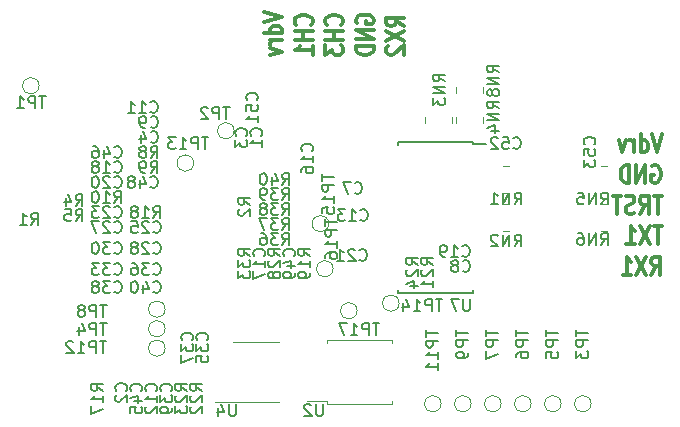
<source format=gbr>
G04 #@! TF.GenerationSoftware,KiCad,Pcbnew,(5.1.5)-3*
G04 #@! TF.CreationDate,2020-04-08T14:33:05+08:00*
G04 #@! TF.ProjectId,vllink_highspeed.r0,766c6c69-6e6b-45f6-9869-676873706565,rev?*
G04 #@! TF.SameCoordinates,Original*
G04 #@! TF.FileFunction,Legend,Bot*
G04 #@! TF.FilePolarity,Positive*
%FSLAX46Y46*%
G04 Gerber Fmt 4.6, Leading zero omitted, Abs format (unit mm)*
G04 Created by KiCad (PCBNEW (5.1.5)-3) date 2020-04-08 14:33:05*
%MOMM*%
%LPD*%
G04 APERTURE LIST*
%ADD10C,0.304800*%
%ADD11C,0.120000*%
%ADD12C,0.150000*%
G04 APERTURE END LIST*
D10*
X122025428Y-101621003D02*
X123549428Y-102044337D01*
X122025428Y-102467670D01*
X123549428Y-103435289D02*
X122025428Y-103435289D01*
X123476857Y-103435289D02*
X123549428Y-103314337D01*
X123549428Y-103072432D01*
X123476857Y-102951480D01*
X123404285Y-102891003D01*
X123259142Y-102830527D01*
X122823714Y-102830527D01*
X122678571Y-102891003D01*
X122606000Y-102951480D01*
X122533428Y-103072432D01*
X122533428Y-103314337D01*
X122606000Y-103435289D01*
X123549428Y-104040051D02*
X122533428Y-104040051D01*
X122823714Y-104040051D02*
X122678571Y-104100527D01*
X122606000Y-104161003D01*
X122533428Y-104281956D01*
X122533428Y-104402908D01*
X122533428Y-104705289D02*
X123549428Y-105007670D01*
X122533428Y-105310051D01*
X125995085Y-102709575D02*
X126067657Y-102649099D01*
X126140228Y-102467670D01*
X126140228Y-102346718D01*
X126067657Y-102165289D01*
X125922514Y-102044337D01*
X125777371Y-101983860D01*
X125487085Y-101923384D01*
X125269371Y-101923384D01*
X124979085Y-101983860D01*
X124833942Y-102044337D01*
X124688800Y-102165289D01*
X124616228Y-102346718D01*
X124616228Y-102467670D01*
X124688800Y-102649099D01*
X124761371Y-102709575D01*
X126140228Y-103253860D02*
X124616228Y-103253860D01*
X125341942Y-103253860D02*
X125341942Y-103979575D01*
X126140228Y-103979575D02*
X124616228Y-103979575D01*
X126140228Y-105249575D02*
X126140228Y-104523860D01*
X126140228Y-104886718D02*
X124616228Y-104886718D01*
X124833942Y-104765765D01*
X124979085Y-104644813D01*
X125051657Y-104523860D01*
X128585885Y-102709575D02*
X128658457Y-102649099D01*
X128731028Y-102467670D01*
X128731028Y-102346718D01*
X128658457Y-102165289D01*
X128513314Y-102044337D01*
X128368171Y-101983860D01*
X128077885Y-101923384D01*
X127860171Y-101923384D01*
X127569885Y-101983860D01*
X127424742Y-102044337D01*
X127279600Y-102165289D01*
X127207028Y-102346718D01*
X127207028Y-102467670D01*
X127279600Y-102649099D01*
X127352171Y-102709575D01*
X128731028Y-103253860D02*
X127207028Y-103253860D01*
X127932742Y-103253860D02*
X127932742Y-103979575D01*
X128731028Y-103979575D02*
X127207028Y-103979575D01*
X127207028Y-104463384D02*
X127207028Y-105249575D01*
X127787600Y-104826241D01*
X127787600Y-105007670D01*
X127860171Y-105128622D01*
X127932742Y-105189099D01*
X128077885Y-105249575D01*
X128440742Y-105249575D01*
X128585885Y-105189099D01*
X128658457Y-105128622D01*
X128731028Y-105007670D01*
X128731028Y-104644813D01*
X128658457Y-104523860D01*
X128585885Y-104463384D01*
X129870400Y-102588622D02*
X129797828Y-102467670D01*
X129797828Y-102286241D01*
X129870400Y-102104813D01*
X130015542Y-101983860D01*
X130160685Y-101923384D01*
X130450971Y-101862908D01*
X130668685Y-101862908D01*
X130958971Y-101923384D01*
X131104114Y-101983860D01*
X131249257Y-102104813D01*
X131321828Y-102286241D01*
X131321828Y-102407194D01*
X131249257Y-102588622D01*
X131176685Y-102649099D01*
X130668685Y-102649099D01*
X130668685Y-102407194D01*
X131321828Y-103193384D02*
X129797828Y-103193384D01*
X131321828Y-103919099D01*
X129797828Y-103919099D01*
X131321828Y-104523860D02*
X129797828Y-104523860D01*
X129797828Y-104826241D01*
X129870400Y-105007670D01*
X130015542Y-105128622D01*
X130160685Y-105189099D01*
X130450971Y-105249575D01*
X130668685Y-105249575D01*
X130958971Y-105189099D01*
X131104114Y-105128622D01*
X131249257Y-105007670D01*
X131321828Y-104826241D01*
X131321828Y-104523860D01*
X133912628Y-102830527D02*
X133186914Y-102407194D01*
X133912628Y-102104813D02*
X132388628Y-102104813D01*
X132388628Y-102588622D01*
X132461200Y-102709575D01*
X132533771Y-102770051D01*
X132678914Y-102830527D01*
X132896628Y-102830527D01*
X133041771Y-102770051D01*
X133114342Y-102709575D01*
X133186914Y-102588622D01*
X133186914Y-102104813D01*
X132388628Y-103253860D02*
X133912628Y-104100527D01*
X132388628Y-104100527D02*
X133912628Y-103253860D01*
X132533771Y-104523860D02*
X132461200Y-104584337D01*
X132388628Y-104705289D01*
X132388628Y-105007670D01*
X132461200Y-105128622D01*
X132533771Y-105189099D01*
X132678914Y-105249575D01*
X132824057Y-105249575D01*
X133041771Y-105189099D01*
X133912628Y-104463384D01*
X133912628Y-105249575D01*
X155738727Y-111992428D02*
X155315394Y-113516428D01*
X154892060Y-111992428D01*
X153924441Y-113516428D02*
X153924441Y-111992428D01*
X153924441Y-113443857D02*
X154045394Y-113516428D01*
X154287299Y-113516428D01*
X154408251Y-113443857D01*
X154468727Y-113371285D01*
X154529203Y-113226142D01*
X154529203Y-112790714D01*
X154468727Y-112645571D01*
X154408251Y-112573000D01*
X154287299Y-112500428D01*
X154045394Y-112500428D01*
X153924441Y-112573000D01*
X153319680Y-113516428D02*
X153319680Y-112500428D01*
X153319680Y-112790714D02*
X153259203Y-112645571D01*
X153198727Y-112573000D01*
X153077775Y-112500428D01*
X152956822Y-112500428D01*
X152654441Y-112500428D02*
X152352060Y-113516428D01*
X152049680Y-112500428D01*
X154892060Y-114655800D02*
X155013013Y-114583228D01*
X155194441Y-114583228D01*
X155375870Y-114655800D01*
X155496822Y-114800942D01*
X155557299Y-114946085D01*
X155617775Y-115236371D01*
X155617775Y-115454085D01*
X155557299Y-115744371D01*
X155496822Y-115889514D01*
X155375870Y-116034657D01*
X155194441Y-116107228D01*
X155073489Y-116107228D01*
X154892060Y-116034657D01*
X154831584Y-115962085D01*
X154831584Y-115454085D01*
X155073489Y-115454085D01*
X154287299Y-116107228D02*
X154287299Y-114583228D01*
X153561584Y-116107228D01*
X153561584Y-114583228D01*
X152956822Y-116107228D02*
X152956822Y-114583228D01*
X152654441Y-114583228D01*
X152473013Y-114655800D01*
X152352060Y-114800942D01*
X152291584Y-114946085D01*
X152231108Y-115236371D01*
X152231108Y-115454085D01*
X152291584Y-115744371D01*
X152352060Y-115889514D01*
X152473013Y-116034657D01*
X152654441Y-116107228D01*
X152956822Y-116107228D01*
X155738727Y-117174028D02*
X155013013Y-117174028D01*
X155375870Y-118698028D02*
X155375870Y-117174028D01*
X153863965Y-118698028D02*
X154287299Y-117972314D01*
X154589680Y-118698028D02*
X154589680Y-117174028D01*
X154105870Y-117174028D01*
X153984918Y-117246600D01*
X153924441Y-117319171D01*
X153863965Y-117464314D01*
X153863965Y-117682028D01*
X153924441Y-117827171D01*
X153984918Y-117899742D01*
X154105870Y-117972314D01*
X154589680Y-117972314D01*
X153380156Y-118625457D02*
X153198727Y-118698028D01*
X152896346Y-118698028D01*
X152775394Y-118625457D01*
X152714918Y-118552885D01*
X152654441Y-118407742D01*
X152654441Y-118262600D01*
X152714918Y-118117457D01*
X152775394Y-118044885D01*
X152896346Y-117972314D01*
X153138251Y-117899742D01*
X153259203Y-117827171D01*
X153319680Y-117754600D01*
X153380156Y-117609457D01*
X153380156Y-117464314D01*
X153319680Y-117319171D01*
X153259203Y-117246600D01*
X153138251Y-117174028D01*
X152835870Y-117174028D01*
X152654441Y-117246600D01*
X152291584Y-117174028D02*
X151565870Y-117174028D01*
X151928727Y-118698028D02*
X151928727Y-117174028D01*
X155738727Y-119764828D02*
X155013013Y-119764828D01*
X155375870Y-121288828D02*
X155375870Y-119764828D01*
X154710632Y-119764828D02*
X153863965Y-121288828D01*
X153863965Y-119764828D02*
X154710632Y-121288828D01*
X152714918Y-121288828D02*
X153440632Y-121288828D01*
X153077775Y-121288828D02*
X153077775Y-119764828D01*
X153198727Y-119982542D01*
X153319680Y-120127685D01*
X153440632Y-120200257D01*
X154831584Y-123879628D02*
X155254918Y-123153914D01*
X155557299Y-123879628D02*
X155557299Y-122355628D01*
X155073489Y-122355628D01*
X154952537Y-122428200D01*
X154892060Y-122500771D01*
X154831584Y-122645914D01*
X154831584Y-122863628D01*
X154892060Y-123008771D01*
X154952537Y-123081342D01*
X155073489Y-123153914D01*
X155557299Y-123153914D01*
X154408251Y-122355628D02*
X153561584Y-123879628D01*
X153561584Y-122355628D02*
X154408251Y-123879628D01*
X152412537Y-123879628D02*
X153138251Y-123879628D01*
X152775394Y-123879628D02*
X152775394Y-122355628D01*
X152896346Y-122573342D01*
X153017299Y-122718485D01*
X153138251Y-122791057D01*
D11*
X138293500Y-108005000D02*
X138293500Y-108505000D01*
X140573500Y-108005000D02*
X140573500Y-108505000D01*
X129910000Y-126924000D02*
G75*
G03X129910000Y-126924000I-700000J0D01*
G01*
X127878000Y-123368000D02*
G75*
G03X127878000Y-123368000I-700000J0D01*
G01*
X127497000Y-119558000D02*
G75*
G03X127497000Y-119558000I-700000J0D01*
G01*
X133466000Y-126289000D02*
G75*
G03X133466000Y-126289000I-700000J0D01*
G01*
X116067000Y-114427200D02*
G75*
G03X116067000Y-114427200I-700000J0D01*
G01*
X113654000Y-130099000D02*
G75*
G03X113654000Y-130099000I-700000J0D01*
G01*
X137022000Y-134798000D02*
G75*
G03X137022000Y-134798000I-700000J0D01*
G01*
X139562000Y-134798000D02*
G75*
G03X139562000Y-134798000I-700000J0D01*
G01*
X113654000Y-126797000D02*
G75*
G03X113654000Y-126797000I-700000J0D01*
G01*
X142102000Y-134798000D02*
G75*
G03X142102000Y-134798000I-700000J0D01*
G01*
X144642000Y-134798000D02*
G75*
G03X144642000Y-134798000I-700000J0D01*
G01*
X147182000Y-134798000D02*
G75*
G03X147182000Y-134798000I-700000J0D01*
G01*
X113654000Y-128448000D02*
G75*
G03X113654000Y-128448000I-700000J0D01*
G01*
X149722000Y-134798000D02*
G75*
G03X149722000Y-134798000I-700000J0D01*
G01*
X119496000Y-111684000D02*
G75*
G03X119496000Y-111684000I-700000J0D01*
G01*
X102986000Y-107874000D02*
G75*
G03X102986000Y-107874000I-700000J0D01*
G01*
X121336000Y-134691000D02*
X117886000Y-134691000D01*
X121336000Y-134691000D02*
X123286000Y-134691000D01*
X121336000Y-129571000D02*
X119386000Y-129571000D01*
X121336000Y-129571000D02*
X123286000Y-129571000D01*
D12*
X139751000Y-112850000D02*
X140826000Y-112850000D01*
X139751000Y-125425000D02*
X133401000Y-125425000D01*
X139751000Y-112675000D02*
X133401000Y-112675000D01*
X139751000Y-125425000D02*
X139751000Y-125167500D01*
X133401000Y-125425000D02*
X133401000Y-125167500D01*
X133401000Y-112675000D02*
X133401000Y-112932500D01*
X139751000Y-112675000D02*
X139751000Y-112850000D01*
D11*
X127374000Y-134596000D02*
X125699000Y-134596000D01*
X127374000Y-134856000D02*
X127374000Y-134596000D01*
X130099000Y-134856000D02*
X127374000Y-134856000D01*
X132824000Y-134856000D02*
X132824000Y-134596000D01*
X130099000Y-134856000D02*
X132824000Y-134856000D01*
X127374000Y-129406000D02*
X127374000Y-129666000D01*
X130099000Y-129406000D02*
X127374000Y-129406000D01*
X132824000Y-129406000D02*
X132824000Y-129666000D01*
X130099000Y-129406000D02*
X132824000Y-129406000D01*
X151050000Y-117910000D02*
X150550000Y-117910000D01*
X151050000Y-120190000D02*
X150550000Y-120190000D01*
X151050000Y-114658800D02*
X150550000Y-114658800D01*
X151050000Y-116938800D02*
X150550000Y-116938800D01*
X138293500Y-110545000D02*
X138293500Y-111045000D01*
X140573500Y-110545000D02*
X140573500Y-111045000D01*
X135690000Y-110545000D02*
X135690000Y-111045000D01*
X137970000Y-110545000D02*
X137970000Y-111045000D01*
X142795000Y-117910000D02*
X142295000Y-117910000D01*
X142795000Y-120190000D02*
X142295000Y-120190000D01*
X142795000Y-114658800D02*
X142295000Y-114658800D01*
X142795000Y-116938800D02*
X142295000Y-116938800D01*
D12*
X149986942Y-112844342D02*
X150034561Y-112796723D01*
X150082180Y-112653866D01*
X150082180Y-112558628D01*
X150034561Y-112415771D01*
X149939323Y-112320533D01*
X149844085Y-112272914D01*
X149653609Y-112225295D01*
X149510752Y-112225295D01*
X149320276Y-112272914D01*
X149225038Y-112320533D01*
X149129800Y-112415771D01*
X149082180Y-112558628D01*
X149082180Y-112653866D01*
X149129800Y-112796723D01*
X149177419Y-112844342D01*
X149082180Y-113749104D02*
X149082180Y-113272914D01*
X149558371Y-113225295D01*
X149510752Y-113272914D01*
X149463133Y-113368152D01*
X149463133Y-113606247D01*
X149510752Y-113701485D01*
X149558371Y-113749104D01*
X149653609Y-113796723D01*
X149891704Y-113796723D01*
X149986942Y-113749104D01*
X150034561Y-113701485D01*
X150082180Y-113606247D01*
X150082180Y-113368152D01*
X150034561Y-113272914D01*
X149986942Y-113225295D01*
X149082180Y-114130057D02*
X149082180Y-114749104D01*
X149463133Y-114415771D01*
X149463133Y-114558628D01*
X149510752Y-114653866D01*
X149558371Y-114701485D01*
X149653609Y-114749104D01*
X149891704Y-114749104D01*
X149986942Y-114701485D01*
X150034561Y-114653866D01*
X150082180Y-114558628D01*
X150082180Y-114272914D01*
X150034561Y-114177676D01*
X149986942Y-114130057D01*
X143136857Y-113133142D02*
X143184476Y-113180761D01*
X143327333Y-113228380D01*
X143422571Y-113228380D01*
X143565428Y-113180761D01*
X143660666Y-113085523D01*
X143708285Y-112990285D01*
X143755904Y-112799809D01*
X143755904Y-112656952D01*
X143708285Y-112466476D01*
X143660666Y-112371238D01*
X143565428Y-112276000D01*
X143422571Y-112228380D01*
X143327333Y-112228380D01*
X143184476Y-112276000D01*
X143136857Y-112323619D01*
X142232095Y-112228380D02*
X142708285Y-112228380D01*
X142755904Y-112704571D01*
X142708285Y-112656952D01*
X142613047Y-112609333D01*
X142374952Y-112609333D01*
X142279714Y-112656952D01*
X142232095Y-112704571D01*
X142184476Y-112799809D01*
X142184476Y-113037904D01*
X142232095Y-113133142D01*
X142279714Y-113180761D01*
X142374952Y-113228380D01*
X142613047Y-113228380D01*
X142708285Y-113180761D01*
X142755904Y-113133142D01*
X141803523Y-112323619D02*
X141755904Y-112276000D01*
X141660666Y-112228380D01*
X141422571Y-112228380D01*
X141327333Y-112276000D01*
X141279714Y-112323619D01*
X141232095Y-112418857D01*
X141232095Y-112514095D01*
X141279714Y-112656952D01*
X141851142Y-113228380D01*
X141232095Y-113228380D01*
X121415142Y-109085142D02*
X121462761Y-109037523D01*
X121510380Y-108894666D01*
X121510380Y-108799428D01*
X121462761Y-108656571D01*
X121367523Y-108561333D01*
X121272285Y-108513714D01*
X121081809Y-108466095D01*
X120938952Y-108466095D01*
X120748476Y-108513714D01*
X120653238Y-108561333D01*
X120558000Y-108656571D01*
X120510380Y-108799428D01*
X120510380Y-108894666D01*
X120558000Y-109037523D01*
X120605619Y-109085142D01*
X120510380Y-109989904D02*
X120510380Y-109513714D01*
X120986571Y-109466095D01*
X120938952Y-109513714D01*
X120891333Y-109608952D01*
X120891333Y-109847047D01*
X120938952Y-109942285D01*
X120986571Y-109989904D01*
X121081809Y-110037523D01*
X121319904Y-110037523D01*
X121415142Y-109989904D01*
X121462761Y-109942285D01*
X121510380Y-109847047D01*
X121510380Y-109608952D01*
X121462761Y-109513714D01*
X121415142Y-109466095D01*
X121510380Y-110989904D02*
X121510380Y-110418476D01*
X121510380Y-110704190D02*
X120510380Y-110704190D01*
X120653238Y-110608952D01*
X120748476Y-110513714D01*
X120796095Y-110418476D01*
X141930380Y-106751523D02*
X141454190Y-106418190D01*
X141930380Y-106180095D02*
X140930380Y-106180095D01*
X140930380Y-106561047D01*
X140978000Y-106656285D01*
X141025619Y-106703904D01*
X141120857Y-106751523D01*
X141263714Y-106751523D01*
X141358952Y-106703904D01*
X141406571Y-106656285D01*
X141454190Y-106561047D01*
X141454190Y-106180095D01*
X141930380Y-107180095D02*
X140930380Y-107180095D01*
X141930380Y-107751523D01*
X140930380Y-107751523D01*
X141358952Y-108370571D02*
X141311333Y-108275333D01*
X141263714Y-108227714D01*
X141168476Y-108180095D01*
X141120857Y-108180095D01*
X141025619Y-108227714D01*
X140978000Y-108275333D01*
X140930380Y-108370571D01*
X140930380Y-108561047D01*
X140978000Y-108656285D01*
X141025619Y-108703904D01*
X141120857Y-108751523D01*
X141168476Y-108751523D01*
X141263714Y-108703904D01*
X141311333Y-108656285D01*
X141358952Y-108561047D01*
X141358952Y-108370571D01*
X141406571Y-108275333D01*
X141454190Y-108227714D01*
X141549428Y-108180095D01*
X141739904Y-108180095D01*
X141835142Y-108227714D01*
X141882761Y-108275333D01*
X141930380Y-108370571D01*
X141930380Y-108561047D01*
X141882761Y-108656285D01*
X141835142Y-108703904D01*
X141739904Y-108751523D01*
X141549428Y-108751523D01*
X141454190Y-108703904D01*
X141406571Y-108656285D01*
X141358952Y-108561047D01*
X131786095Y-127976380D02*
X131214666Y-127976380D01*
X131500380Y-128976380D02*
X131500380Y-127976380D01*
X130881333Y-128976380D02*
X130881333Y-127976380D01*
X130500380Y-127976380D01*
X130405142Y-128024000D01*
X130357523Y-128071619D01*
X130309904Y-128166857D01*
X130309904Y-128309714D01*
X130357523Y-128404952D01*
X130405142Y-128452571D01*
X130500380Y-128500190D01*
X130881333Y-128500190D01*
X129357523Y-128976380D02*
X129928952Y-128976380D01*
X129643238Y-128976380D02*
X129643238Y-127976380D01*
X129738476Y-128119238D01*
X129833714Y-128214476D01*
X129928952Y-128262095D01*
X129024190Y-127976380D02*
X128357523Y-127976380D01*
X128786095Y-128976380D01*
X127214380Y-119165904D02*
X127214380Y-119737333D01*
X128214380Y-119451619D02*
X127214380Y-119451619D01*
X128214380Y-120070666D02*
X127214380Y-120070666D01*
X127214380Y-120451619D01*
X127262000Y-120546857D01*
X127309619Y-120594476D01*
X127404857Y-120642095D01*
X127547714Y-120642095D01*
X127642952Y-120594476D01*
X127690571Y-120546857D01*
X127738190Y-120451619D01*
X127738190Y-120070666D01*
X128214380Y-121594476D02*
X128214380Y-121023047D01*
X128214380Y-121308761D02*
X127214380Y-121308761D01*
X127357238Y-121213523D01*
X127452476Y-121118285D01*
X127500095Y-121023047D01*
X127214380Y-122451619D02*
X127214380Y-122261142D01*
X127262000Y-122165904D01*
X127309619Y-122118285D01*
X127452476Y-122023047D01*
X127642952Y-121975428D01*
X128023904Y-121975428D01*
X128119142Y-122023047D01*
X128166761Y-122070666D01*
X128214380Y-122165904D01*
X128214380Y-122356380D01*
X128166761Y-122451619D01*
X128119142Y-122499238D01*
X128023904Y-122546857D01*
X127785809Y-122546857D01*
X127690571Y-122499238D01*
X127642952Y-122451619D01*
X127595333Y-122356380D01*
X127595333Y-122165904D01*
X127642952Y-122070666D01*
X127690571Y-122023047D01*
X127785809Y-121975428D01*
X126960380Y-115355904D02*
X126960380Y-115927333D01*
X127960380Y-115641619D02*
X126960380Y-115641619D01*
X127960380Y-116260666D02*
X126960380Y-116260666D01*
X126960380Y-116641619D01*
X127008000Y-116736857D01*
X127055619Y-116784476D01*
X127150857Y-116832095D01*
X127293714Y-116832095D01*
X127388952Y-116784476D01*
X127436571Y-116736857D01*
X127484190Y-116641619D01*
X127484190Y-116260666D01*
X127960380Y-117784476D02*
X127960380Y-117213047D01*
X127960380Y-117498761D02*
X126960380Y-117498761D01*
X127103238Y-117403523D01*
X127198476Y-117308285D01*
X127246095Y-117213047D01*
X126960380Y-118689238D02*
X126960380Y-118213047D01*
X127436571Y-118165428D01*
X127388952Y-118213047D01*
X127341333Y-118308285D01*
X127341333Y-118546380D01*
X127388952Y-118641619D01*
X127436571Y-118689238D01*
X127531809Y-118736857D01*
X127769904Y-118736857D01*
X127865142Y-118689238D01*
X127912761Y-118641619D01*
X127960380Y-118546380D01*
X127960380Y-118308285D01*
X127912761Y-118213047D01*
X127865142Y-118165428D01*
X137120095Y-125944380D02*
X136548666Y-125944380D01*
X136834380Y-126944380D02*
X136834380Y-125944380D01*
X136215333Y-126944380D02*
X136215333Y-125944380D01*
X135834380Y-125944380D01*
X135739142Y-125992000D01*
X135691523Y-126039619D01*
X135643904Y-126134857D01*
X135643904Y-126277714D01*
X135691523Y-126372952D01*
X135739142Y-126420571D01*
X135834380Y-126468190D01*
X136215333Y-126468190D01*
X134691523Y-126944380D02*
X135262952Y-126944380D01*
X134977238Y-126944380D02*
X134977238Y-125944380D01*
X135072476Y-126087238D01*
X135167714Y-126182476D01*
X135262952Y-126230095D01*
X133834380Y-126277714D02*
X133834380Y-126944380D01*
X134072476Y-125896761D02*
X134310571Y-126611047D01*
X133691523Y-126611047D01*
X117308095Y-112228380D02*
X116736666Y-112228380D01*
X117022380Y-113228380D02*
X117022380Y-112228380D01*
X116403333Y-113228380D02*
X116403333Y-112228380D01*
X116022380Y-112228380D01*
X115927142Y-112276000D01*
X115879523Y-112323619D01*
X115831904Y-112418857D01*
X115831904Y-112561714D01*
X115879523Y-112656952D01*
X115927142Y-112704571D01*
X116022380Y-112752190D01*
X116403333Y-112752190D01*
X114879523Y-113228380D02*
X115450952Y-113228380D01*
X115165238Y-113228380D02*
X115165238Y-112228380D01*
X115260476Y-112371238D01*
X115355714Y-112466476D01*
X115450952Y-112514095D01*
X114546190Y-112228380D02*
X113927142Y-112228380D01*
X114260476Y-112609333D01*
X114117619Y-112609333D01*
X114022380Y-112656952D01*
X113974761Y-112704571D01*
X113927142Y-112799809D01*
X113927142Y-113037904D01*
X113974761Y-113133142D01*
X114022380Y-113180761D01*
X114117619Y-113228380D01*
X114403333Y-113228380D01*
X114498571Y-113180761D01*
X114546190Y-113133142D01*
X108672095Y-129500380D02*
X108100666Y-129500380D01*
X108386380Y-130500380D02*
X108386380Y-129500380D01*
X107767333Y-130500380D02*
X107767333Y-129500380D01*
X107386380Y-129500380D01*
X107291142Y-129548000D01*
X107243523Y-129595619D01*
X107195904Y-129690857D01*
X107195904Y-129833714D01*
X107243523Y-129928952D01*
X107291142Y-129976571D01*
X107386380Y-130024190D01*
X107767333Y-130024190D01*
X106243523Y-130500380D02*
X106814952Y-130500380D01*
X106529238Y-130500380D02*
X106529238Y-129500380D01*
X106624476Y-129643238D01*
X106719714Y-129738476D01*
X106814952Y-129786095D01*
X105862571Y-129595619D02*
X105814952Y-129548000D01*
X105719714Y-129500380D01*
X105481619Y-129500380D01*
X105386380Y-129548000D01*
X105338761Y-129595619D01*
X105291142Y-129690857D01*
X105291142Y-129786095D01*
X105338761Y-129928952D01*
X105910190Y-130500380D01*
X105291142Y-130500380D01*
X135774380Y-128563904D02*
X135774380Y-129135333D01*
X136774380Y-128849619D02*
X135774380Y-128849619D01*
X136774380Y-129468666D02*
X135774380Y-129468666D01*
X135774380Y-129849619D01*
X135822000Y-129944857D01*
X135869619Y-129992476D01*
X135964857Y-130040095D01*
X136107714Y-130040095D01*
X136202952Y-129992476D01*
X136250571Y-129944857D01*
X136298190Y-129849619D01*
X136298190Y-129468666D01*
X136774380Y-130992476D02*
X136774380Y-130421047D01*
X136774380Y-130706761D02*
X135774380Y-130706761D01*
X135917238Y-130611523D01*
X136012476Y-130516285D01*
X136060095Y-130421047D01*
X136774380Y-131944857D02*
X136774380Y-131373428D01*
X136774380Y-131659142D02*
X135774380Y-131659142D01*
X135917238Y-131563904D01*
X136012476Y-131468666D01*
X136060095Y-131373428D01*
X138314380Y-128532095D02*
X138314380Y-129103523D01*
X139314380Y-128817809D02*
X138314380Y-128817809D01*
X139314380Y-129436857D02*
X138314380Y-129436857D01*
X138314380Y-129817809D01*
X138362000Y-129913047D01*
X138409619Y-129960666D01*
X138504857Y-130008285D01*
X138647714Y-130008285D01*
X138742952Y-129960666D01*
X138790571Y-129913047D01*
X138838190Y-129817809D01*
X138838190Y-129436857D01*
X139314380Y-130484476D02*
X139314380Y-130674952D01*
X139266761Y-130770190D01*
X139219142Y-130817809D01*
X139076285Y-130913047D01*
X138885809Y-130960666D01*
X138504857Y-130960666D01*
X138409619Y-130913047D01*
X138362000Y-130865428D01*
X138314380Y-130770190D01*
X138314380Y-130579714D01*
X138362000Y-130484476D01*
X138409619Y-130436857D01*
X138504857Y-130389238D01*
X138742952Y-130389238D01*
X138838190Y-130436857D01*
X138885809Y-130484476D01*
X138933428Y-130579714D01*
X138933428Y-130770190D01*
X138885809Y-130865428D01*
X138838190Y-130913047D01*
X138742952Y-130960666D01*
X108703904Y-126452380D02*
X108132476Y-126452380D01*
X108418190Y-127452380D02*
X108418190Y-126452380D01*
X107799142Y-127452380D02*
X107799142Y-126452380D01*
X107418190Y-126452380D01*
X107322952Y-126500000D01*
X107275333Y-126547619D01*
X107227714Y-126642857D01*
X107227714Y-126785714D01*
X107275333Y-126880952D01*
X107322952Y-126928571D01*
X107418190Y-126976190D01*
X107799142Y-126976190D01*
X106656285Y-126880952D02*
X106751523Y-126833333D01*
X106799142Y-126785714D01*
X106846761Y-126690476D01*
X106846761Y-126642857D01*
X106799142Y-126547619D01*
X106751523Y-126500000D01*
X106656285Y-126452380D01*
X106465809Y-126452380D01*
X106370571Y-126500000D01*
X106322952Y-126547619D01*
X106275333Y-126642857D01*
X106275333Y-126690476D01*
X106322952Y-126785714D01*
X106370571Y-126833333D01*
X106465809Y-126880952D01*
X106656285Y-126880952D01*
X106751523Y-126928571D01*
X106799142Y-126976190D01*
X106846761Y-127071428D01*
X106846761Y-127261904D01*
X106799142Y-127357142D01*
X106751523Y-127404761D01*
X106656285Y-127452380D01*
X106465809Y-127452380D01*
X106370571Y-127404761D01*
X106322952Y-127357142D01*
X106275333Y-127261904D01*
X106275333Y-127071428D01*
X106322952Y-126976190D01*
X106370571Y-126928571D01*
X106465809Y-126880952D01*
X140854380Y-128532095D02*
X140854380Y-129103523D01*
X141854380Y-128817809D02*
X140854380Y-128817809D01*
X141854380Y-129436857D02*
X140854380Y-129436857D01*
X140854380Y-129817809D01*
X140902000Y-129913047D01*
X140949619Y-129960666D01*
X141044857Y-130008285D01*
X141187714Y-130008285D01*
X141282952Y-129960666D01*
X141330571Y-129913047D01*
X141378190Y-129817809D01*
X141378190Y-129436857D01*
X140854380Y-130341619D02*
X140854380Y-131008285D01*
X141854380Y-130579714D01*
X143394380Y-128532095D02*
X143394380Y-129103523D01*
X144394380Y-128817809D02*
X143394380Y-128817809D01*
X144394380Y-129436857D02*
X143394380Y-129436857D01*
X143394380Y-129817809D01*
X143442000Y-129913047D01*
X143489619Y-129960666D01*
X143584857Y-130008285D01*
X143727714Y-130008285D01*
X143822952Y-129960666D01*
X143870571Y-129913047D01*
X143918190Y-129817809D01*
X143918190Y-129436857D01*
X143394380Y-130865428D02*
X143394380Y-130674952D01*
X143442000Y-130579714D01*
X143489619Y-130532095D01*
X143632476Y-130436857D01*
X143822952Y-130389238D01*
X144203904Y-130389238D01*
X144299142Y-130436857D01*
X144346761Y-130484476D01*
X144394380Y-130579714D01*
X144394380Y-130770190D01*
X144346761Y-130865428D01*
X144299142Y-130913047D01*
X144203904Y-130960666D01*
X143965809Y-130960666D01*
X143870571Y-130913047D01*
X143822952Y-130865428D01*
X143775333Y-130770190D01*
X143775333Y-130579714D01*
X143822952Y-130484476D01*
X143870571Y-130436857D01*
X143965809Y-130389238D01*
X145934380Y-128532095D02*
X145934380Y-129103523D01*
X146934380Y-128817809D02*
X145934380Y-128817809D01*
X146934380Y-129436857D02*
X145934380Y-129436857D01*
X145934380Y-129817809D01*
X145982000Y-129913047D01*
X146029619Y-129960666D01*
X146124857Y-130008285D01*
X146267714Y-130008285D01*
X146362952Y-129960666D01*
X146410571Y-129913047D01*
X146458190Y-129817809D01*
X146458190Y-129436857D01*
X145934380Y-130913047D02*
X145934380Y-130436857D01*
X146410571Y-130389238D01*
X146362952Y-130436857D01*
X146315333Y-130532095D01*
X146315333Y-130770190D01*
X146362952Y-130865428D01*
X146410571Y-130913047D01*
X146505809Y-130960666D01*
X146743904Y-130960666D01*
X146839142Y-130913047D01*
X146886761Y-130865428D01*
X146934380Y-130770190D01*
X146934380Y-130532095D01*
X146886761Y-130436857D01*
X146839142Y-130389238D01*
X108703904Y-127976380D02*
X108132476Y-127976380D01*
X108418190Y-128976380D02*
X108418190Y-127976380D01*
X107799142Y-128976380D02*
X107799142Y-127976380D01*
X107418190Y-127976380D01*
X107322952Y-128024000D01*
X107275333Y-128071619D01*
X107227714Y-128166857D01*
X107227714Y-128309714D01*
X107275333Y-128404952D01*
X107322952Y-128452571D01*
X107418190Y-128500190D01*
X107799142Y-128500190D01*
X106370571Y-128309714D02*
X106370571Y-128976380D01*
X106608666Y-127928761D02*
X106846761Y-128643047D01*
X106227714Y-128643047D01*
X148474380Y-128532095D02*
X148474380Y-129103523D01*
X149474380Y-128817809D02*
X148474380Y-128817809D01*
X149474380Y-129436857D02*
X148474380Y-129436857D01*
X148474380Y-129817809D01*
X148522000Y-129913047D01*
X148569619Y-129960666D01*
X148664857Y-130008285D01*
X148807714Y-130008285D01*
X148902952Y-129960666D01*
X148950571Y-129913047D01*
X148998190Y-129817809D01*
X148998190Y-129436857D01*
X148474380Y-130341619D02*
X148474380Y-130960666D01*
X148855333Y-130627333D01*
X148855333Y-130770190D01*
X148902952Y-130865428D01*
X148950571Y-130913047D01*
X149045809Y-130960666D01*
X149283904Y-130960666D01*
X149379142Y-130913047D01*
X149426761Y-130865428D01*
X149474380Y-130770190D01*
X149474380Y-130484476D01*
X149426761Y-130389238D01*
X149379142Y-130341619D01*
X119117904Y-109688380D02*
X118546476Y-109688380D01*
X118832190Y-110688380D02*
X118832190Y-109688380D01*
X118213142Y-110688380D02*
X118213142Y-109688380D01*
X117832190Y-109688380D01*
X117736952Y-109736000D01*
X117689333Y-109783619D01*
X117641714Y-109878857D01*
X117641714Y-110021714D01*
X117689333Y-110116952D01*
X117736952Y-110164571D01*
X117832190Y-110212190D01*
X118213142Y-110212190D01*
X117260761Y-109783619D02*
X117213142Y-109736000D01*
X117117904Y-109688380D01*
X116879809Y-109688380D01*
X116784571Y-109736000D01*
X116736952Y-109783619D01*
X116689333Y-109878857D01*
X116689333Y-109974095D01*
X116736952Y-110116952D01*
X117308380Y-110688380D01*
X116689333Y-110688380D01*
X103547904Y-108774380D02*
X102976476Y-108774380D01*
X103262190Y-109774380D02*
X103262190Y-108774380D01*
X102643142Y-109774380D02*
X102643142Y-108774380D01*
X102262190Y-108774380D01*
X102166952Y-108822000D01*
X102119333Y-108869619D01*
X102071714Y-108964857D01*
X102071714Y-109107714D01*
X102119333Y-109202952D01*
X102166952Y-109250571D01*
X102262190Y-109298190D01*
X102643142Y-109298190D01*
X101119333Y-109774380D02*
X101690761Y-109774380D01*
X101405047Y-109774380D02*
X101405047Y-108774380D01*
X101500285Y-108917238D01*
X101595523Y-109012476D01*
X101690761Y-109060095D01*
X123578857Y-116276380D02*
X123912190Y-115800190D01*
X124150285Y-116276380D02*
X124150285Y-115276380D01*
X123769333Y-115276380D01*
X123674095Y-115324000D01*
X123626476Y-115371619D01*
X123578857Y-115466857D01*
X123578857Y-115609714D01*
X123626476Y-115704952D01*
X123674095Y-115752571D01*
X123769333Y-115800190D01*
X124150285Y-115800190D01*
X122721714Y-115609714D02*
X122721714Y-116276380D01*
X122959809Y-115228761D02*
X123197904Y-115943047D01*
X122578857Y-115943047D01*
X122007428Y-115276380D02*
X121912190Y-115276380D01*
X121816952Y-115324000D01*
X121769333Y-115371619D01*
X121721714Y-115466857D01*
X121674095Y-115657333D01*
X121674095Y-115895428D01*
X121721714Y-116085904D01*
X121769333Y-116181142D01*
X121816952Y-116228761D01*
X121912190Y-116276380D01*
X122007428Y-116276380D01*
X122102666Y-116228761D01*
X122150285Y-116181142D01*
X122197904Y-116085904D01*
X122245523Y-115895428D01*
X122245523Y-115657333D01*
X122197904Y-115466857D01*
X122150285Y-115371619D01*
X122102666Y-115324000D01*
X122007428Y-115276380D01*
X123578857Y-117546380D02*
X123912190Y-117070190D01*
X124150285Y-117546380D02*
X124150285Y-116546380D01*
X123769333Y-116546380D01*
X123674095Y-116594000D01*
X123626476Y-116641619D01*
X123578857Y-116736857D01*
X123578857Y-116879714D01*
X123626476Y-116974952D01*
X123674095Y-117022571D01*
X123769333Y-117070190D01*
X124150285Y-117070190D01*
X123245523Y-116546380D02*
X122626476Y-116546380D01*
X122959809Y-116927333D01*
X122816952Y-116927333D01*
X122721714Y-116974952D01*
X122674095Y-117022571D01*
X122626476Y-117117809D01*
X122626476Y-117355904D01*
X122674095Y-117451142D01*
X122721714Y-117498761D01*
X122816952Y-117546380D01*
X123102666Y-117546380D01*
X123197904Y-117498761D01*
X123245523Y-117451142D01*
X122150285Y-117546380D02*
X121959809Y-117546380D01*
X121864571Y-117498761D01*
X121816952Y-117451142D01*
X121721714Y-117308285D01*
X121674095Y-117117809D01*
X121674095Y-116736857D01*
X121721714Y-116641619D01*
X121769333Y-116594000D01*
X121864571Y-116546380D01*
X122055047Y-116546380D01*
X122150285Y-116594000D01*
X122197904Y-116641619D01*
X122245523Y-116736857D01*
X122245523Y-116974952D01*
X122197904Y-117070190D01*
X122150285Y-117117809D01*
X122055047Y-117165428D01*
X121864571Y-117165428D01*
X121769333Y-117117809D01*
X121721714Y-117070190D01*
X121674095Y-116974952D01*
X123578857Y-118816380D02*
X123912190Y-118340190D01*
X124150285Y-118816380D02*
X124150285Y-117816380D01*
X123769333Y-117816380D01*
X123674095Y-117864000D01*
X123626476Y-117911619D01*
X123578857Y-118006857D01*
X123578857Y-118149714D01*
X123626476Y-118244952D01*
X123674095Y-118292571D01*
X123769333Y-118340190D01*
X124150285Y-118340190D01*
X123245523Y-117816380D02*
X122626476Y-117816380D01*
X122959809Y-118197333D01*
X122816952Y-118197333D01*
X122721714Y-118244952D01*
X122674095Y-118292571D01*
X122626476Y-118387809D01*
X122626476Y-118625904D01*
X122674095Y-118721142D01*
X122721714Y-118768761D01*
X122816952Y-118816380D01*
X123102666Y-118816380D01*
X123197904Y-118768761D01*
X123245523Y-118721142D01*
X122055047Y-118244952D02*
X122150285Y-118197333D01*
X122197904Y-118149714D01*
X122245523Y-118054476D01*
X122245523Y-118006857D01*
X122197904Y-117911619D01*
X122150285Y-117864000D01*
X122055047Y-117816380D01*
X121864571Y-117816380D01*
X121769333Y-117864000D01*
X121721714Y-117911619D01*
X121674095Y-118006857D01*
X121674095Y-118054476D01*
X121721714Y-118149714D01*
X121769333Y-118197333D01*
X121864571Y-118244952D01*
X122055047Y-118244952D01*
X122150285Y-118292571D01*
X122197904Y-118340190D01*
X122245523Y-118435428D01*
X122245523Y-118625904D01*
X122197904Y-118721142D01*
X122150285Y-118768761D01*
X122055047Y-118816380D01*
X121864571Y-118816380D01*
X121769333Y-118768761D01*
X121721714Y-118721142D01*
X121674095Y-118625904D01*
X121674095Y-118435428D01*
X121721714Y-118340190D01*
X121769333Y-118292571D01*
X121864571Y-118244952D01*
X123578857Y-120086380D02*
X123912190Y-119610190D01*
X124150285Y-120086380D02*
X124150285Y-119086380D01*
X123769333Y-119086380D01*
X123674095Y-119134000D01*
X123626476Y-119181619D01*
X123578857Y-119276857D01*
X123578857Y-119419714D01*
X123626476Y-119514952D01*
X123674095Y-119562571D01*
X123769333Y-119610190D01*
X124150285Y-119610190D01*
X123245523Y-119086380D02*
X122626476Y-119086380D01*
X122959809Y-119467333D01*
X122816952Y-119467333D01*
X122721714Y-119514952D01*
X122674095Y-119562571D01*
X122626476Y-119657809D01*
X122626476Y-119895904D01*
X122674095Y-119991142D01*
X122721714Y-120038761D01*
X122816952Y-120086380D01*
X123102666Y-120086380D01*
X123197904Y-120038761D01*
X123245523Y-119991142D01*
X122293142Y-119086380D02*
X121626476Y-119086380D01*
X122055047Y-120086380D01*
X123578857Y-121356380D02*
X123912190Y-120880190D01*
X124150285Y-121356380D02*
X124150285Y-120356380D01*
X123769333Y-120356380D01*
X123674095Y-120404000D01*
X123626476Y-120451619D01*
X123578857Y-120546857D01*
X123578857Y-120689714D01*
X123626476Y-120784952D01*
X123674095Y-120832571D01*
X123769333Y-120880190D01*
X124150285Y-120880190D01*
X123245523Y-120356380D02*
X122626476Y-120356380D01*
X122959809Y-120737333D01*
X122816952Y-120737333D01*
X122721714Y-120784952D01*
X122674095Y-120832571D01*
X122626476Y-120927809D01*
X122626476Y-121165904D01*
X122674095Y-121261142D01*
X122721714Y-121308761D01*
X122816952Y-121356380D01*
X123102666Y-121356380D01*
X123197904Y-121308761D01*
X123245523Y-121261142D01*
X121769333Y-120356380D02*
X121959809Y-120356380D01*
X122055047Y-120404000D01*
X122102666Y-120451619D01*
X122197904Y-120594476D01*
X122245523Y-120784952D01*
X122245523Y-121165904D01*
X122197904Y-121261142D01*
X122150285Y-121308761D01*
X122055047Y-121356380D01*
X121864571Y-121356380D01*
X121769333Y-121308761D01*
X121721714Y-121261142D01*
X121674095Y-121165904D01*
X121674095Y-120927809D01*
X121721714Y-120832571D01*
X121769333Y-120784952D01*
X121864571Y-120737333D01*
X122055047Y-120737333D01*
X122150285Y-120784952D01*
X122197904Y-120832571D01*
X122245523Y-120927809D01*
X124563142Y-122293142D02*
X124610761Y-122245523D01*
X124658380Y-122102666D01*
X124658380Y-122007428D01*
X124610761Y-121864571D01*
X124515523Y-121769333D01*
X124420285Y-121721714D01*
X124229809Y-121674095D01*
X124086952Y-121674095D01*
X123896476Y-121721714D01*
X123801238Y-121769333D01*
X123706000Y-121864571D01*
X123658380Y-122007428D01*
X123658380Y-122102666D01*
X123706000Y-122245523D01*
X123753619Y-122293142D01*
X123991714Y-123150285D02*
X124658380Y-123150285D01*
X123610761Y-122912190D02*
X124325047Y-122674095D01*
X124325047Y-123293142D01*
X124658380Y-123721714D02*
X124658380Y-123912190D01*
X124610761Y-124007428D01*
X124563142Y-124055047D01*
X124420285Y-124150285D01*
X124229809Y-124197904D01*
X123848857Y-124197904D01*
X123753619Y-124150285D01*
X123706000Y-124102666D01*
X123658380Y-124007428D01*
X123658380Y-123816952D01*
X123706000Y-123721714D01*
X123753619Y-123674095D01*
X123848857Y-123626476D01*
X124086952Y-123626476D01*
X124182190Y-123674095D01*
X124229809Y-123721714D01*
X124277428Y-123816952D01*
X124277428Y-124007428D01*
X124229809Y-124102666D01*
X124182190Y-124150285D01*
X124086952Y-124197904D01*
X112402857Y-116435142D02*
X112450476Y-116482761D01*
X112593333Y-116530380D01*
X112688571Y-116530380D01*
X112831428Y-116482761D01*
X112926666Y-116387523D01*
X112974285Y-116292285D01*
X113021904Y-116101809D01*
X113021904Y-115958952D01*
X112974285Y-115768476D01*
X112926666Y-115673238D01*
X112831428Y-115578000D01*
X112688571Y-115530380D01*
X112593333Y-115530380D01*
X112450476Y-115578000D01*
X112402857Y-115625619D01*
X111545714Y-115863714D02*
X111545714Y-116530380D01*
X111783809Y-115482761D02*
X112021904Y-116197047D01*
X111402857Y-116197047D01*
X110879047Y-115958952D02*
X110974285Y-115911333D01*
X111021904Y-115863714D01*
X111069523Y-115768476D01*
X111069523Y-115720857D01*
X111021904Y-115625619D01*
X110974285Y-115578000D01*
X110879047Y-115530380D01*
X110688571Y-115530380D01*
X110593333Y-115578000D01*
X110545714Y-115625619D01*
X110498095Y-115720857D01*
X110498095Y-115768476D01*
X110545714Y-115863714D01*
X110593333Y-115911333D01*
X110688571Y-115958952D01*
X110879047Y-115958952D01*
X110974285Y-116006571D01*
X111021904Y-116054190D01*
X111069523Y-116149428D01*
X111069523Y-116339904D01*
X111021904Y-116435142D01*
X110974285Y-116482761D01*
X110879047Y-116530380D01*
X110688571Y-116530380D01*
X110593333Y-116482761D01*
X110545714Y-116435142D01*
X110498095Y-116339904D01*
X110498095Y-116149428D01*
X110545714Y-116054190D01*
X110593333Y-116006571D01*
X110688571Y-115958952D01*
X108402380Y-133723142D02*
X107926190Y-133389809D01*
X108402380Y-133151714D02*
X107402380Y-133151714D01*
X107402380Y-133532666D01*
X107450000Y-133627904D01*
X107497619Y-133675523D01*
X107592857Y-133723142D01*
X107735714Y-133723142D01*
X107830952Y-133675523D01*
X107878571Y-133627904D01*
X107926190Y-133532666D01*
X107926190Y-133151714D01*
X108402380Y-134675523D02*
X108402380Y-134104095D01*
X108402380Y-134389809D02*
X107402380Y-134389809D01*
X107545238Y-134294571D01*
X107640476Y-134199333D01*
X107688095Y-134104095D01*
X107402380Y-135008857D02*
X107402380Y-135675523D01*
X108402380Y-135246952D01*
X119633904Y-134834380D02*
X119633904Y-135643904D01*
X119586285Y-135739142D01*
X119538666Y-135786761D01*
X119443428Y-135834380D01*
X119252952Y-135834380D01*
X119157714Y-135786761D01*
X119110095Y-135739142D01*
X119062476Y-135643904D01*
X119062476Y-134834380D01*
X118157714Y-135167714D02*
X118157714Y-135834380D01*
X118395809Y-134786761D02*
X118633904Y-135501047D01*
X118014857Y-135501047D01*
X109354857Y-113895142D02*
X109402476Y-113942761D01*
X109545333Y-113990380D01*
X109640571Y-113990380D01*
X109783428Y-113942761D01*
X109878666Y-113847523D01*
X109926285Y-113752285D01*
X109973904Y-113561809D01*
X109973904Y-113418952D01*
X109926285Y-113228476D01*
X109878666Y-113133238D01*
X109783428Y-113038000D01*
X109640571Y-112990380D01*
X109545333Y-112990380D01*
X109402476Y-113038000D01*
X109354857Y-113085619D01*
X108497714Y-113323714D02*
X108497714Y-113990380D01*
X108735809Y-112942761D02*
X108973904Y-113657047D01*
X108354857Y-113657047D01*
X107545333Y-112990380D02*
X107735809Y-112990380D01*
X107831047Y-113038000D01*
X107878666Y-113085619D01*
X107973904Y-113228476D01*
X108021523Y-113418952D01*
X108021523Y-113799904D01*
X107973904Y-113895142D01*
X107926285Y-113942761D01*
X107831047Y-113990380D01*
X107640571Y-113990380D01*
X107545333Y-113942761D01*
X107497714Y-113895142D01*
X107450095Y-113799904D01*
X107450095Y-113561809D01*
X107497714Y-113466571D01*
X107545333Y-113418952D01*
X107640571Y-113371333D01*
X107831047Y-113371333D01*
X107926285Y-113418952D01*
X107973904Y-113466571D01*
X108021523Y-113561809D01*
X139445904Y-125944380D02*
X139445904Y-126753904D01*
X139398285Y-126849142D01*
X139350666Y-126896761D01*
X139255428Y-126944380D01*
X139064952Y-126944380D01*
X138969714Y-126896761D01*
X138922095Y-126849142D01*
X138874476Y-126753904D01*
X138874476Y-125944380D01*
X138493523Y-125944380D02*
X137826857Y-125944380D01*
X138255428Y-126944380D01*
X126999904Y-134834380D02*
X126999904Y-135643904D01*
X126952285Y-135739142D01*
X126904666Y-135786761D01*
X126809428Y-135834380D01*
X126618952Y-135834380D01*
X126523714Y-135786761D01*
X126476095Y-135739142D01*
X126428476Y-135643904D01*
X126428476Y-134834380D01*
X125999904Y-134929619D02*
X125952285Y-134882000D01*
X125857047Y-134834380D01*
X125618952Y-134834380D01*
X125523714Y-134882000D01*
X125476095Y-134929619D01*
X125428476Y-135024857D01*
X125428476Y-135120095D01*
X125476095Y-135262952D01*
X126047523Y-135834380D01*
X125428476Y-135834380D01*
X150550476Y-121356380D02*
X150883809Y-120880190D01*
X151121904Y-121356380D02*
X151121904Y-120356380D01*
X150740952Y-120356380D01*
X150645714Y-120404000D01*
X150598095Y-120451619D01*
X150550476Y-120546857D01*
X150550476Y-120689714D01*
X150598095Y-120784952D01*
X150645714Y-120832571D01*
X150740952Y-120880190D01*
X151121904Y-120880190D01*
X150121904Y-121356380D02*
X150121904Y-120356380D01*
X149550476Y-121356380D01*
X149550476Y-120356380D01*
X148645714Y-120356380D02*
X148836190Y-120356380D01*
X148931428Y-120404000D01*
X148979047Y-120451619D01*
X149074285Y-120594476D01*
X149121904Y-120784952D01*
X149121904Y-121165904D01*
X149074285Y-121261142D01*
X149026666Y-121308761D01*
X148931428Y-121356380D01*
X148740952Y-121356380D01*
X148645714Y-121308761D01*
X148598095Y-121261142D01*
X148550476Y-121165904D01*
X148550476Y-120927809D01*
X148598095Y-120832571D01*
X148645714Y-120784952D01*
X148740952Y-120737333D01*
X148931428Y-120737333D01*
X149026666Y-120784952D01*
X149074285Y-120832571D01*
X149121904Y-120927809D01*
X150550476Y-117927380D02*
X150883809Y-117451190D01*
X151121904Y-117927380D02*
X151121904Y-116927380D01*
X150740952Y-116927380D01*
X150645714Y-116975000D01*
X150598095Y-117022619D01*
X150550476Y-117117857D01*
X150550476Y-117260714D01*
X150598095Y-117355952D01*
X150645714Y-117403571D01*
X150740952Y-117451190D01*
X151121904Y-117451190D01*
X150121904Y-117927380D02*
X150121904Y-116927380D01*
X149550476Y-117927380D01*
X149550476Y-116927380D01*
X148598095Y-116927380D02*
X149074285Y-116927380D01*
X149121904Y-117403571D01*
X149074285Y-117355952D01*
X148979047Y-117308333D01*
X148740952Y-117308333D01*
X148645714Y-117355952D01*
X148598095Y-117403571D01*
X148550476Y-117498809D01*
X148550476Y-117736904D01*
X148598095Y-117832142D01*
X148645714Y-117879761D01*
X148740952Y-117927380D01*
X148979047Y-117927380D01*
X149074285Y-117879761D01*
X149121904Y-117832142D01*
X141930380Y-109799523D02*
X141454190Y-109466190D01*
X141930380Y-109228095D02*
X140930380Y-109228095D01*
X140930380Y-109609047D01*
X140978000Y-109704285D01*
X141025619Y-109751904D01*
X141120857Y-109799523D01*
X141263714Y-109799523D01*
X141358952Y-109751904D01*
X141406571Y-109704285D01*
X141454190Y-109609047D01*
X141454190Y-109228095D01*
X141930380Y-110228095D02*
X140930380Y-110228095D01*
X141930380Y-110799523D01*
X140930380Y-110799523D01*
X141263714Y-111704285D02*
X141930380Y-111704285D01*
X140882761Y-111466190D02*
X141597047Y-111228095D01*
X141597047Y-111847142D01*
X137358380Y-107513523D02*
X136882190Y-107180190D01*
X137358380Y-106942095D02*
X136358380Y-106942095D01*
X136358380Y-107323047D01*
X136406000Y-107418285D01*
X136453619Y-107465904D01*
X136548857Y-107513523D01*
X136691714Y-107513523D01*
X136786952Y-107465904D01*
X136834571Y-107418285D01*
X136882190Y-107323047D01*
X136882190Y-106942095D01*
X137358380Y-107942095D02*
X136358380Y-107942095D01*
X137358380Y-108513523D01*
X136358380Y-108513523D01*
X136358380Y-108894476D02*
X136358380Y-109513523D01*
X136739333Y-109180190D01*
X136739333Y-109323047D01*
X136786952Y-109418285D01*
X136834571Y-109465904D01*
X136929809Y-109513523D01*
X137167904Y-109513523D01*
X137263142Y-109465904D01*
X137310761Y-109418285D01*
X137358380Y-109323047D01*
X137358380Y-109037333D01*
X137310761Y-108942095D01*
X137263142Y-108894476D01*
X143235476Y-121483380D02*
X143568809Y-121007190D01*
X143806904Y-121483380D02*
X143806904Y-120483380D01*
X143425952Y-120483380D01*
X143330714Y-120531000D01*
X143283095Y-120578619D01*
X143235476Y-120673857D01*
X143235476Y-120816714D01*
X143283095Y-120911952D01*
X143330714Y-120959571D01*
X143425952Y-121007190D01*
X143806904Y-121007190D01*
X142806904Y-121483380D02*
X142806904Y-120483380D01*
X142235476Y-121483380D01*
X142235476Y-120483380D01*
X141806904Y-120578619D02*
X141759285Y-120531000D01*
X141664047Y-120483380D01*
X141425952Y-120483380D01*
X141330714Y-120531000D01*
X141283095Y-120578619D01*
X141235476Y-120673857D01*
X141235476Y-120769095D01*
X141283095Y-120911952D01*
X141854523Y-121483380D01*
X141235476Y-121483380D01*
X143235476Y-117927380D02*
X143568809Y-117451190D01*
X143806904Y-117927380D02*
X143806904Y-116927380D01*
X143425952Y-116927380D01*
X143330714Y-116975000D01*
X143283095Y-117022619D01*
X143235476Y-117117857D01*
X143235476Y-117260714D01*
X143283095Y-117355952D01*
X143330714Y-117403571D01*
X143425952Y-117451190D01*
X143806904Y-117451190D01*
X142806904Y-117927380D02*
X142806904Y-116927380D01*
X142235476Y-117927380D01*
X142235476Y-116927380D01*
X141235476Y-117927380D02*
X141806904Y-117927380D01*
X141521190Y-117927380D02*
X141521190Y-116927380D01*
X141616428Y-117070238D01*
X141711666Y-117165476D01*
X141806904Y-117213095D01*
X123388380Y-122293142D02*
X122912190Y-121959809D01*
X123388380Y-121721714D02*
X122388380Y-121721714D01*
X122388380Y-122102666D01*
X122436000Y-122197904D01*
X122483619Y-122245523D01*
X122578857Y-122293142D01*
X122721714Y-122293142D01*
X122816952Y-122245523D01*
X122864571Y-122197904D01*
X122912190Y-122102666D01*
X122912190Y-121721714D01*
X122483619Y-122674095D02*
X122436000Y-122721714D01*
X122388380Y-122816952D01*
X122388380Y-123055047D01*
X122436000Y-123150285D01*
X122483619Y-123197904D01*
X122578857Y-123245523D01*
X122674095Y-123245523D01*
X122816952Y-123197904D01*
X123388380Y-122626476D01*
X123388380Y-123245523D01*
X122816952Y-123816952D02*
X122769333Y-123721714D01*
X122721714Y-123674095D01*
X122626476Y-123626476D01*
X122578857Y-123626476D01*
X122483619Y-123674095D01*
X122436000Y-123721714D01*
X122388380Y-123816952D01*
X122388380Y-124007428D01*
X122436000Y-124102666D01*
X122483619Y-124150285D01*
X122578857Y-124197904D01*
X122626476Y-124197904D01*
X122721714Y-124150285D01*
X122769333Y-124102666D01*
X122816952Y-124007428D01*
X122816952Y-123816952D01*
X122864571Y-123721714D01*
X122912190Y-123674095D01*
X123007428Y-123626476D01*
X123197904Y-123626476D01*
X123293142Y-123674095D01*
X123340761Y-123721714D01*
X123388380Y-123816952D01*
X123388380Y-124007428D01*
X123340761Y-124102666D01*
X123293142Y-124150285D01*
X123197904Y-124197904D01*
X123007428Y-124197904D01*
X122912190Y-124150285D01*
X122864571Y-124102666D01*
X122816952Y-124007428D01*
X135072380Y-123055142D02*
X134596190Y-122721809D01*
X135072380Y-122483714D02*
X134072380Y-122483714D01*
X134072380Y-122864666D01*
X134120000Y-122959904D01*
X134167619Y-123007523D01*
X134262857Y-123055142D01*
X134405714Y-123055142D01*
X134500952Y-123007523D01*
X134548571Y-122959904D01*
X134596190Y-122864666D01*
X134596190Y-122483714D01*
X134167619Y-123436095D02*
X134120000Y-123483714D01*
X134072380Y-123578952D01*
X134072380Y-123817047D01*
X134120000Y-123912285D01*
X134167619Y-123959904D01*
X134262857Y-124007523D01*
X134358095Y-124007523D01*
X134500952Y-123959904D01*
X135072380Y-123388476D01*
X135072380Y-124007523D01*
X134405714Y-124864666D02*
X135072380Y-124864666D01*
X134024761Y-124626571D02*
X134739047Y-124388476D01*
X134739047Y-125007523D01*
X115514380Y-133723142D02*
X115038190Y-133389809D01*
X115514380Y-133151714D02*
X114514380Y-133151714D01*
X114514380Y-133532666D01*
X114562000Y-133627904D01*
X114609619Y-133675523D01*
X114704857Y-133723142D01*
X114847714Y-133723142D01*
X114942952Y-133675523D01*
X114990571Y-133627904D01*
X115038190Y-133532666D01*
X115038190Y-133151714D01*
X114609619Y-134104095D02*
X114562000Y-134151714D01*
X114514380Y-134246952D01*
X114514380Y-134485047D01*
X114562000Y-134580285D01*
X114609619Y-134627904D01*
X114704857Y-134675523D01*
X114800095Y-134675523D01*
X114942952Y-134627904D01*
X115514380Y-134056476D01*
X115514380Y-134675523D01*
X114514380Y-135008857D02*
X114514380Y-135627904D01*
X114895333Y-135294571D01*
X114895333Y-135437428D01*
X114942952Y-135532666D01*
X114990571Y-135580285D01*
X115085809Y-135627904D01*
X115323904Y-135627904D01*
X115419142Y-135580285D01*
X115466761Y-135532666D01*
X115514380Y-135437428D01*
X115514380Y-135151714D01*
X115466761Y-135056476D01*
X115419142Y-135008857D01*
X116784380Y-133723142D02*
X116308190Y-133389809D01*
X116784380Y-133151714D02*
X115784380Y-133151714D01*
X115784380Y-133532666D01*
X115832000Y-133627904D01*
X115879619Y-133675523D01*
X115974857Y-133723142D01*
X116117714Y-133723142D01*
X116212952Y-133675523D01*
X116260571Y-133627904D01*
X116308190Y-133532666D01*
X116308190Y-133151714D01*
X115879619Y-134104095D02*
X115832000Y-134151714D01*
X115784380Y-134246952D01*
X115784380Y-134485047D01*
X115832000Y-134580285D01*
X115879619Y-134627904D01*
X115974857Y-134675523D01*
X116070095Y-134675523D01*
X116212952Y-134627904D01*
X116784380Y-134056476D01*
X116784380Y-134675523D01*
X115879619Y-135056476D02*
X115832000Y-135104095D01*
X115784380Y-135199333D01*
X115784380Y-135437428D01*
X115832000Y-135532666D01*
X115879619Y-135580285D01*
X115974857Y-135627904D01*
X116070095Y-135627904D01*
X116212952Y-135580285D01*
X116784380Y-135008857D01*
X116784380Y-135627904D01*
X136342380Y-123055142D02*
X135866190Y-122721809D01*
X136342380Y-122483714D02*
X135342380Y-122483714D01*
X135342380Y-122864666D01*
X135390000Y-122959904D01*
X135437619Y-123007523D01*
X135532857Y-123055142D01*
X135675714Y-123055142D01*
X135770952Y-123007523D01*
X135818571Y-122959904D01*
X135866190Y-122864666D01*
X135866190Y-122483714D01*
X135437619Y-123436095D02*
X135390000Y-123483714D01*
X135342380Y-123578952D01*
X135342380Y-123817047D01*
X135390000Y-123912285D01*
X135437619Y-123959904D01*
X135532857Y-124007523D01*
X135628095Y-124007523D01*
X135770952Y-123959904D01*
X136342380Y-123388476D01*
X136342380Y-124007523D01*
X136342380Y-124959904D02*
X136342380Y-124388476D01*
X136342380Y-124674190D02*
X135342380Y-124674190D01*
X135485238Y-124578952D01*
X135580476Y-124483714D01*
X135628095Y-124388476D01*
X125928380Y-122293142D02*
X125452190Y-121959809D01*
X125928380Y-121721714D02*
X124928380Y-121721714D01*
X124928380Y-122102666D01*
X124976000Y-122197904D01*
X125023619Y-122245523D01*
X125118857Y-122293142D01*
X125261714Y-122293142D01*
X125356952Y-122245523D01*
X125404571Y-122197904D01*
X125452190Y-122102666D01*
X125452190Y-121721714D01*
X125928380Y-123245523D02*
X125928380Y-122674095D01*
X125928380Y-122959809D02*
X124928380Y-122959809D01*
X125071238Y-122864571D01*
X125166476Y-122769333D01*
X125214095Y-122674095D01*
X125928380Y-123721714D02*
X125928380Y-123912190D01*
X125880761Y-124007428D01*
X125833142Y-124055047D01*
X125690285Y-124150285D01*
X125499809Y-124197904D01*
X125118857Y-124197904D01*
X125023619Y-124150285D01*
X124976000Y-124102666D01*
X124928380Y-124007428D01*
X124928380Y-123816952D01*
X124976000Y-123721714D01*
X125023619Y-123674095D01*
X125118857Y-123626476D01*
X125356952Y-123626476D01*
X125452190Y-123674095D01*
X125499809Y-123721714D01*
X125547428Y-123816952D01*
X125547428Y-124007428D01*
X125499809Y-124102666D01*
X125452190Y-124150285D01*
X125356952Y-124197904D01*
X112656857Y-119070380D02*
X112990190Y-118594190D01*
X113228285Y-119070380D02*
X113228285Y-118070380D01*
X112847333Y-118070380D01*
X112752095Y-118118000D01*
X112704476Y-118165619D01*
X112656857Y-118260857D01*
X112656857Y-118403714D01*
X112704476Y-118498952D01*
X112752095Y-118546571D01*
X112847333Y-118594190D01*
X113228285Y-118594190D01*
X111704476Y-119070380D02*
X112275904Y-119070380D01*
X111990190Y-119070380D02*
X111990190Y-118070380D01*
X112085428Y-118213238D01*
X112180666Y-118308476D01*
X112275904Y-118356095D01*
X111133047Y-118498952D02*
X111228285Y-118451333D01*
X111275904Y-118403714D01*
X111323523Y-118308476D01*
X111323523Y-118260857D01*
X111275904Y-118165619D01*
X111228285Y-118118000D01*
X111133047Y-118070380D01*
X110942571Y-118070380D01*
X110847333Y-118118000D01*
X110799714Y-118165619D01*
X110752095Y-118260857D01*
X110752095Y-118308476D01*
X110799714Y-118403714D01*
X110847333Y-118451333D01*
X110942571Y-118498952D01*
X111133047Y-118498952D01*
X111228285Y-118546571D01*
X111275904Y-118594190D01*
X111323523Y-118689428D01*
X111323523Y-118879904D01*
X111275904Y-118975142D01*
X111228285Y-119022761D01*
X111133047Y-119070380D01*
X110942571Y-119070380D01*
X110847333Y-119022761D01*
X110799714Y-118975142D01*
X110752095Y-118879904D01*
X110752095Y-118689428D01*
X110799714Y-118594190D01*
X110847333Y-118546571D01*
X110942571Y-118498952D01*
X120848380Y-122293142D02*
X120372190Y-121959809D01*
X120848380Y-121721714D02*
X119848380Y-121721714D01*
X119848380Y-122102666D01*
X119896000Y-122197904D01*
X119943619Y-122245523D01*
X120038857Y-122293142D01*
X120181714Y-122293142D01*
X120276952Y-122245523D01*
X120324571Y-122197904D01*
X120372190Y-122102666D01*
X120372190Y-121721714D01*
X119848380Y-122626476D02*
X119848380Y-123245523D01*
X120229333Y-122912190D01*
X120229333Y-123055047D01*
X120276952Y-123150285D01*
X120324571Y-123197904D01*
X120419809Y-123245523D01*
X120657904Y-123245523D01*
X120753142Y-123197904D01*
X120800761Y-123150285D01*
X120848380Y-123055047D01*
X120848380Y-122769333D01*
X120800761Y-122674095D01*
X120753142Y-122626476D01*
X119848380Y-123578857D02*
X119848380Y-124197904D01*
X120229333Y-123864571D01*
X120229333Y-124007428D01*
X120276952Y-124102666D01*
X120324571Y-124150285D01*
X120419809Y-124197904D01*
X120657904Y-124197904D01*
X120753142Y-124150285D01*
X120800761Y-124102666D01*
X120848380Y-124007428D01*
X120848380Y-123721714D01*
X120800761Y-123626476D01*
X120753142Y-123578857D01*
X109354857Y-117800380D02*
X109688190Y-117324190D01*
X109926285Y-117800380D02*
X109926285Y-116800380D01*
X109545333Y-116800380D01*
X109450095Y-116848000D01*
X109402476Y-116895619D01*
X109354857Y-116990857D01*
X109354857Y-117133714D01*
X109402476Y-117228952D01*
X109450095Y-117276571D01*
X109545333Y-117324190D01*
X109926285Y-117324190D01*
X108402476Y-117800380D02*
X108973904Y-117800380D01*
X108688190Y-117800380D02*
X108688190Y-116800380D01*
X108783428Y-116943238D01*
X108878666Y-117038476D01*
X108973904Y-117086095D01*
X107783428Y-116800380D02*
X107688190Y-116800380D01*
X107592952Y-116848000D01*
X107545333Y-116895619D01*
X107497714Y-116990857D01*
X107450095Y-117181333D01*
X107450095Y-117419428D01*
X107497714Y-117609904D01*
X107545333Y-117705142D01*
X107592952Y-117752761D01*
X107688190Y-117800380D01*
X107783428Y-117800380D01*
X107878666Y-117752761D01*
X107926285Y-117705142D01*
X107973904Y-117609904D01*
X108021523Y-117419428D01*
X108021523Y-117181333D01*
X107973904Y-116990857D01*
X107926285Y-116895619D01*
X107878666Y-116848000D01*
X107783428Y-116800380D01*
X112434666Y-115260380D02*
X112768000Y-114784190D01*
X113006095Y-115260380D02*
X113006095Y-114260380D01*
X112625142Y-114260380D01*
X112529904Y-114308000D01*
X112482285Y-114355619D01*
X112434666Y-114450857D01*
X112434666Y-114593714D01*
X112482285Y-114688952D01*
X112529904Y-114736571D01*
X112625142Y-114784190D01*
X113006095Y-114784190D01*
X111958476Y-115260380D02*
X111768000Y-115260380D01*
X111672761Y-115212761D01*
X111625142Y-115165142D01*
X111529904Y-115022285D01*
X111482285Y-114831809D01*
X111482285Y-114450857D01*
X111529904Y-114355619D01*
X111577523Y-114308000D01*
X111672761Y-114260380D01*
X111863238Y-114260380D01*
X111958476Y-114308000D01*
X112006095Y-114355619D01*
X112053714Y-114450857D01*
X112053714Y-114688952D01*
X112006095Y-114784190D01*
X111958476Y-114831809D01*
X111863238Y-114879428D01*
X111672761Y-114879428D01*
X111577523Y-114831809D01*
X111529904Y-114784190D01*
X111482285Y-114688952D01*
X112434666Y-113990380D02*
X112768000Y-113514190D01*
X113006095Y-113990380D02*
X113006095Y-112990380D01*
X112625142Y-112990380D01*
X112529904Y-113038000D01*
X112482285Y-113085619D01*
X112434666Y-113180857D01*
X112434666Y-113323714D01*
X112482285Y-113418952D01*
X112529904Y-113466571D01*
X112625142Y-113514190D01*
X113006095Y-113514190D01*
X111863238Y-113418952D02*
X111958476Y-113371333D01*
X112006095Y-113323714D01*
X112053714Y-113228476D01*
X112053714Y-113180857D01*
X112006095Y-113085619D01*
X111958476Y-113038000D01*
X111863238Y-112990380D01*
X111672761Y-112990380D01*
X111577523Y-113038000D01*
X111529904Y-113085619D01*
X111482285Y-113180857D01*
X111482285Y-113228476D01*
X111529904Y-113323714D01*
X111577523Y-113371333D01*
X111672761Y-113418952D01*
X111863238Y-113418952D01*
X111958476Y-113466571D01*
X112006095Y-113514190D01*
X112053714Y-113609428D01*
X112053714Y-113799904D01*
X112006095Y-113895142D01*
X111958476Y-113942761D01*
X111863238Y-113990380D01*
X111672761Y-113990380D01*
X111577523Y-113942761D01*
X111529904Y-113895142D01*
X111482285Y-113799904D01*
X111482285Y-113609428D01*
X111529904Y-113514190D01*
X111577523Y-113466571D01*
X111672761Y-113418952D01*
X106084666Y-119324380D02*
X106418000Y-118848190D01*
X106656095Y-119324380D02*
X106656095Y-118324380D01*
X106275142Y-118324380D01*
X106179904Y-118372000D01*
X106132285Y-118419619D01*
X106084666Y-118514857D01*
X106084666Y-118657714D01*
X106132285Y-118752952D01*
X106179904Y-118800571D01*
X106275142Y-118848190D01*
X106656095Y-118848190D01*
X105179904Y-118324380D02*
X105656095Y-118324380D01*
X105703714Y-118800571D01*
X105656095Y-118752952D01*
X105560857Y-118705333D01*
X105322761Y-118705333D01*
X105227523Y-118752952D01*
X105179904Y-118800571D01*
X105132285Y-118895809D01*
X105132285Y-119133904D01*
X105179904Y-119229142D01*
X105227523Y-119276761D01*
X105322761Y-119324380D01*
X105560857Y-119324380D01*
X105656095Y-119276761D01*
X105703714Y-119229142D01*
X106084666Y-118054380D02*
X106418000Y-117578190D01*
X106656095Y-118054380D02*
X106656095Y-117054380D01*
X106275142Y-117054380D01*
X106179904Y-117102000D01*
X106132285Y-117149619D01*
X106084666Y-117244857D01*
X106084666Y-117387714D01*
X106132285Y-117482952D01*
X106179904Y-117530571D01*
X106275142Y-117578190D01*
X106656095Y-117578190D01*
X105227523Y-117387714D02*
X105227523Y-118054380D01*
X105465619Y-117006761D02*
X105703714Y-117721047D01*
X105084666Y-117721047D01*
X120848380Y-117943333D02*
X120372190Y-117610000D01*
X120848380Y-117371904D02*
X119848380Y-117371904D01*
X119848380Y-117752857D01*
X119896000Y-117848095D01*
X119943619Y-117895714D01*
X120038857Y-117943333D01*
X120181714Y-117943333D01*
X120276952Y-117895714D01*
X120324571Y-117848095D01*
X120372190Y-117752857D01*
X120372190Y-117371904D01*
X119943619Y-118324285D02*
X119896000Y-118371904D01*
X119848380Y-118467142D01*
X119848380Y-118705238D01*
X119896000Y-118800476D01*
X119943619Y-118848095D01*
X120038857Y-118895714D01*
X120134095Y-118895714D01*
X120276952Y-118848095D01*
X120848380Y-118276666D01*
X120848380Y-118895714D01*
X102300266Y-119656380D02*
X102633600Y-119180190D01*
X102871695Y-119656380D02*
X102871695Y-118656380D01*
X102490742Y-118656380D01*
X102395504Y-118704000D01*
X102347885Y-118751619D01*
X102300266Y-118846857D01*
X102300266Y-118989714D01*
X102347885Y-119084952D01*
X102395504Y-119132571D01*
X102490742Y-119180190D01*
X102871695Y-119180190D01*
X101347885Y-119656380D02*
X101919314Y-119656380D01*
X101633600Y-119656380D02*
X101633600Y-118656380D01*
X101728838Y-118799238D01*
X101824076Y-118894476D01*
X101919314Y-118942095D01*
X111609142Y-133723142D02*
X111656761Y-133675523D01*
X111704380Y-133532666D01*
X111704380Y-133437428D01*
X111656761Y-133294571D01*
X111561523Y-133199333D01*
X111466285Y-133151714D01*
X111275809Y-133104095D01*
X111132952Y-133104095D01*
X110942476Y-133151714D01*
X110847238Y-133199333D01*
X110752000Y-133294571D01*
X110704380Y-133437428D01*
X110704380Y-133532666D01*
X110752000Y-133675523D01*
X110799619Y-133723142D01*
X111037714Y-134580285D02*
X111704380Y-134580285D01*
X110656761Y-134342190D02*
X111371047Y-134104095D01*
X111371047Y-134723142D01*
X110704380Y-135580285D02*
X110704380Y-135104095D01*
X111180571Y-135056476D01*
X111132952Y-135104095D01*
X111085333Y-135199333D01*
X111085333Y-135437428D01*
X111132952Y-135532666D01*
X111180571Y-135580285D01*
X111275809Y-135627904D01*
X111513904Y-135627904D01*
X111609142Y-135580285D01*
X111656761Y-135532666D01*
X111704380Y-135437428D01*
X111704380Y-135199333D01*
X111656761Y-135104095D01*
X111609142Y-135056476D01*
X112656857Y-125325142D02*
X112704476Y-125372761D01*
X112847333Y-125420380D01*
X112942571Y-125420380D01*
X113085428Y-125372761D01*
X113180666Y-125277523D01*
X113228285Y-125182285D01*
X113275904Y-124991809D01*
X113275904Y-124848952D01*
X113228285Y-124658476D01*
X113180666Y-124563238D01*
X113085428Y-124468000D01*
X112942571Y-124420380D01*
X112847333Y-124420380D01*
X112704476Y-124468000D01*
X112656857Y-124515619D01*
X111799714Y-124753714D02*
X111799714Y-125420380D01*
X112037809Y-124372761D02*
X112275904Y-125087047D01*
X111656857Y-125087047D01*
X111085428Y-124420380D02*
X110990190Y-124420380D01*
X110894952Y-124468000D01*
X110847333Y-124515619D01*
X110799714Y-124610857D01*
X110752095Y-124801333D01*
X110752095Y-125039428D01*
X110799714Y-125229904D01*
X110847333Y-125325142D01*
X110894952Y-125372761D01*
X110990190Y-125420380D01*
X111085428Y-125420380D01*
X111180666Y-125372761D01*
X111228285Y-125325142D01*
X111275904Y-125229904D01*
X111323523Y-125039428D01*
X111323523Y-124801333D01*
X111275904Y-124610857D01*
X111228285Y-124515619D01*
X111180666Y-124468000D01*
X111085428Y-124420380D01*
X114149142Y-133723142D02*
X114196761Y-133675523D01*
X114244380Y-133532666D01*
X114244380Y-133437428D01*
X114196761Y-133294571D01*
X114101523Y-133199333D01*
X114006285Y-133151714D01*
X113815809Y-133104095D01*
X113672952Y-133104095D01*
X113482476Y-133151714D01*
X113387238Y-133199333D01*
X113292000Y-133294571D01*
X113244380Y-133437428D01*
X113244380Y-133532666D01*
X113292000Y-133675523D01*
X113339619Y-133723142D01*
X113244380Y-134056476D02*
X113244380Y-134675523D01*
X113625333Y-134342190D01*
X113625333Y-134485047D01*
X113672952Y-134580285D01*
X113720571Y-134627904D01*
X113815809Y-134675523D01*
X114053904Y-134675523D01*
X114149142Y-134627904D01*
X114196761Y-134580285D01*
X114244380Y-134485047D01*
X114244380Y-134199333D01*
X114196761Y-134104095D01*
X114149142Y-134056476D01*
X114244380Y-135151714D02*
X114244380Y-135342190D01*
X114196761Y-135437428D01*
X114149142Y-135485047D01*
X114006285Y-135580285D01*
X113815809Y-135627904D01*
X113434857Y-135627904D01*
X113339619Y-135580285D01*
X113292000Y-135532666D01*
X113244380Y-135437428D01*
X113244380Y-135246952D01*
X113292000Y-135151714D01*
X113339619Y-135104095D01*
X113434857Y-135056476D01*
X113672952Y-135056476D01*
X113768190Y-135104095D01*
X113815809Y-135151714D01*
X113863428Y-135246952D01*
X113863428Y-135437428D01*
X113815809Y-135532666D01*
X113768190Y-135580285D01*
X113672952Y-135627904D01*
X109354857Y-125325142D02*
X109402476Y-125372761D01*
X109545333Y-125420380D01*
X109640571Y-125420380D01*
X109783428Y-125372761D01*
X109878666Y-125277523D01*
X109926285Y-125182285D01*
X109973904Y-124991809D01*
X109973904Y-124848952D01*
X109926285Y-124658476D01*
X109878666Y-124563238D01*
X109783428Y-124468000D01*
X109640571Y-124420380D01*
X109545333Y-124420380D01*
X109402476Y-124468000D01*
X109354857Y-124515619D01*
X109021523Y-124420380D02*
X108402476Y-124420380D01*
X108735809Y-124801333D01*
X108592952Y-124801333D01*
X108497714Y-124848952D01*
X108450095Y-124896571D01*
X108402476Y-124991809D01*
X108402476Y-125229904D01*
X108450095Y-125325142D01*
X108497714Y-125372761D01*
X108592952Y-125420380D01*
X108878666Y-125420380D01*
X108973904Y-125372761D01*
X109021523Y-125325142D01*
X107831047Y-124848952D02*
X107926285Y-124801333D01*
X107973904Y-124753714D01*
X108021523Y-124658476D01*
X108021523Y-124610857D01*
X107973904Y-124515619D01*
X107926285Y-124468000D01*
X107831047Y-124420380D01*
X107640571Y-124420380D01*
X107545333Y-124468000D01*
X107497714Y-124515619D01*
X107450095Y-124610857D01*
X107450095Y-124658476D01*
X107497714Y-124753714D01*
X107545333Y-124801333D01*
X107640571Y-124848952D01*
X107831047Y-124848952D01*
X107926285Y-124896571D01*
X107973904Y-124944190D01*
X108021523Y-125039428D01*
X108021523Y-125229904D01*
X107973904Y-125325142D01*
X107926285Y-125372761D01*
X107831047Y-125420380D01*
X107640571Y-125420380D01*
X107545333Y-125372761D01*
X107497714Y-125325142D01*
X107450095Y-125229904D01*
X107450095Y-125039428D01*
X107497714Y-124944190D01*
X107545333Y-124896571D01*
X107640571Y-124848952D01*
X115927142Y-129405142D02*
X115974761Y-129357523D01*
X116022380Y-129214666D01*
X116022380Y-129119428D01*
X115974761Y-128976571D01*
X115879523Y-128881333D01*
X115784285Y-128833714D01*
X115593809Y-128786095D01*
X115450952Y-128786095D01*
X115260476Y-128833714D01*
X115165238Y-128881333D01*
X115070000Y-128976571D01*
X115022380Y-129119428D01*
X115022380Y-129214666D01*
X115070000Y-129357523D01*
X115117619Y-129405142D01*
X115022380Y-129738476D02*
X115022380Y-130357523D01*
X115403333Y-130024190D01*
X115403333Y-130167047D01*
X115450952Y-130262285D01*
X115498571Y-130309904D01*
X115593809Y-130357523D01*
X115831904Y-130357523D01*
X115927142Y-130309904D01*
X115974761Y-130262285D01*
X116022380Y-130167047D01*
X116022380Y-129881333D01*
X115974761Y-129786095D01*
X115927142Y-129738476D01*
X115022380Y-130690857D02*
X115022380Y-131357523D01*
X116022380Y-130928952D01*
X112656857Y-123801142D02*
X112704476Y-123848761D01*
X112847333Y-123896380D01*
X112942571Y-123896380D01*
X113085428Y-123848761D01*
X113180666Y-123753523D01*
X113228285Y-123658285D01*
X113275904Y-123467809D01*
X113275904Y-123324952D01*
X113228285Y-123134476D01*
X113180666Y-123039238D01*
X113085428Y-122944000D01*
X112942571Y-122896380D01*
X112847333Y-122896380D01*
X112704476Y-122944000D01*
X112656857Y-122991619D01*
X112323523Y-122896380D02*
X111704476Y-122896380D01*
X112037809Y-123277333D01*
X111894952Y-123277333D01*
X111799714Y-123324952D01*
X111752095Y-123372571D01*
X111704476Y-123467809D01*
X111704476Y-123705904D01*
X111752095Y-123801142D01*
X111799714Y-123848761D01*
X111894952Y-123896380D01*
X112180666Y-123896380D01*
X112275904Y-123848761D01*
X112323523Y-123801142D01*
X110847333Y-122896380D02*
X111037809Y-122896380D01*
X111133047Y-122944000D01*
X111180666Y-122991619D01*
X111275904Y-123134476D01*
X111323523Y-123324952D01*
X111323523Y-123705904D01*
X111275904Y-123801142D01*
X111228285Y-123848761D01*
X111133047Y-123896380D01*
X110942571Y-123896380D01*
X110847333Y-123848761D01*
X110799714Y-123801142D01*
X110752095Y-123705904D01*
X110752095Y-123467809D01*
X110799714Y-123372571D01*
X110847333Y-123324952D01*
X110942571Y-123277333D01*
X111133047Y-123277333D01*
X111228285Y-123324952D01*
X111275904Y-123372571D01*
X111323523Y-123467809D01*
X117197142Y-129405142D02*
X117244761Y-129357523D01*
X117292380Y-129214666D01*
X117292380Y-129119428D01*
X117244761Y-128976571D01*
X117149523Y-128881333D01*
X117054285Y-128833714D01*
X116863809Y-128786095D01*
X116720952Y-128786095D01*
X116530476Y-128833714D01*
X116435238Y-128881333D01*
X116340000Y-128976571D01*
X116292380Y-129119428D01*
X116292380Y-129214666D01*
X116340000Y-129357523D01*
X116387619Y-129405142D01*
X116292380Y-129738476D02*
X116292380Y-130357523D01*
X116673333Y-130024190D01*
X116673333Y-130167047D01*
X116720952Y-130262285D01*
X116768571Y-130309904D01*
X116863809Y-130357523D01*
X117101904Y-130357523D01*
X117197142Y-130309904D01*
X117244761Y-130262285D01*
X117292380Y-130167047D01*
X117292380Y-129881333D01*
X117244761Y-129786095D01*
X117197142Y-129738476D01*
X116292380Y-131262285D02*
X116292380Y-130786095D01*
X116768571Y-130738476D01*
X116720952Y-130786095D01*
X116673333Y-130881333D01*
X116673333Y-131119428D01*
X116720952Y-131214666D01*
X116768571Y-131262285D01*
X116863809Y-131309904D01*
X117101904Y-131309904D01*
X117197142Y-131262285D01*
X117244761Y-131214666D01*
X117292380Y-131119428D01*
X117292380Y-130881333D01*
X117244761Y-130786095D01*
X117197142Y-130738476D01*
X109354857Y-123801142D02*
X109402476Y-123848761D01*
X109545333Y-123896380D01*
X109640571Y-123896380D01*
X109783428Y-123848761D01*
X109878666Y-123753523D01*
X109926285Y-123658285D01*
X109973904Y-123467809D01*
X109973904Y-123324952D01*
X109926285Y-123134476D01*
X109878666Y-123039238D01*
X109783428Y-122944000D01*
X109640571Y-122896380D01*
X109545333Y-122896380D01*
X109402476Y-122944000D01*
X109354857Y-122991619D01*
X109021523Y-122896380D02*
X108402476Y-122896380D01*
X108735809Y-123277333D01*
X108592952Y-123277333D01*
X108497714Y-123324952D01*
X108450095Y-123372571D01*
X108402476Y-123467809D01*
X108402476Y-123705904D01*
X108450095Y-123801142D01*
X108497714Y-123848761D01*
X108592952Y-123896380D01*
X108878666Y-123896380D01*
X108973904Y-123848761D01*
X109021523Y-123801142D01*
X108069142Y-122896380D02*
X107450095Y-122896380D01*
X107783428Y-123277333D01*
X107640571Y-123277333D01*
X107545333Y-123324952D01*
X107497714Y-123372571D01*
X107450095Y-123467809D01*
X107450095Y-123705904D01*
X107497714Y-123801142D01*
X107545333Y-123848761D01*
X107640571Y-123896380D01*
X107926285Y-123896380D01*
X108021523Y-123848761D01*
X108069142Y-123801142D01*
X109354857Y-122023142D02*
X109402476Y-122070761D01*
X109545333Y-122118380D01*
X109640571Y-122118380D01*
X109783428Y-122070761D01*
X109878666Y-121975523D01*
X109926285Y-121880285D01*
X109973904Y-121689809D01*
X109973904Y-121546952D01*
X109926285Y-121356476D01*
X109878666Y-121261238D01*
X109783428Y-121166000D01*
X109640571Y-121118380D01*
X109545333Y-121118380D01*
X109402476Y-121166000D01*
X109354857Y-121213619D01*
X109021523Y-121118380D02*
X108402476Y-121118380D01*
X108735809Y-121499333D01*
X108592952Y-121499333D01*
X108497714Y-121546952D01*
X108450095Y-121594571D01*
X108402476Y-121689809D01*
X108402476Y-121927904D01*
X108450095Y-122023142D01*
X108497714Y-122070761D01*
X108592952Y-122118380D01*
X108878666Y-122118380D01*
X108973904Y-122070761D01*
X109021523Y-122023142D01*
X107783428Y-121118380D02*
X107688190Y-121118380D01*
X107592952Y-121166000D01*
X107545333Y-121213619D01*
X107497714Y-121308857D01*
X107450095Y-121499333D01*
X107450095Y-121737428D01*
X107497714Y-121927904D01*
X107545333Y-122023142D01*
X107592952Y-122070761D01*
X107688190Y-122118380D01*
X107783428Y-122118380D01*
X107878666Y-122070761D01*
X107926285Y-122023142D01*
X107973904Y-121927904D01*
X108021523Y-121737428D01*
X108021523Y-121499333D01*
X107973904Y-121308857D01*
X107926285Y-121213619D01*
X107878666Y-121166000D01*
X107783428Y-121118380D01*
X112656857Y-122023142D02*
X112704476Y-122070761D01*
X112847333Y-122118380D01*
X112942571Y-122118380D01*
X113085428Y-122070761D01*
X113180666Y-121975523D01*
X113228285Y-121880285D01*
X113275904Y-121689809D01*
X113275904Y-121546952D01*
X113228285Y-121356476D01*
X113180666Y-121261238D01*
X113085428Y-121166000D01*
X112942571Y-121118380D01*
X112847333Y-121118380D01*
X112704476Y-121166000D01*
X112656857Y-121213619D01*
X112275904Y-121213619D02*
X112228285Y-121166000D01*
X112133047Y-121118380D01*
X111894952Y-121118380D01*
X111799714Y-121166000D01*
X111752095Y-121213619D01*
X111704476Y-121308857D01*
X111704476Y-121404095D01*
X111752095Y-121546952D01*
X112323523Y-122118380D01*
X111704476Y-122118380D01*
X111133047Y-121546952D02*
X111228285Y-121499333D01*
X111275904Y-121451714D01*
X111323523Y-121356476D01*
X111323523Y-121308857D01*
X111275904Y-121213619D01*
X111228285Y-121166000D01*
X111133047Y-121118380D01*
X110942571Y-121118380D01*
X110847333Y-121166000D01*
X110799714Y-121213619D01*
X110752095Y-121308857D01*
X110752095Y-121356476D01*
X110799714Y-121451714D01*
X110847333Y-121499333D01*
X110942571Y-121546952D01*
X111133047Y-121546952D01*
X111228285Y-121594571D01*
X111275904Y-121642190D01*
X111323523Y-121737428D01*
X111323523Y-121927904D01*
X111275904Y-122023142D01*
X111228285Y-122070761D01*
X111133047Y-122118380D01*
X110942571Y-122118380D01*
X110847333Y-122070761D01*
X110799714Y-122023142D01*
X110752095Y-121927904D01*
X110752095Y-121737428D01*
X110799714Y-121642190D01*
X110847333Y-121594571D01*
X110942571Y-121546952D01*
X109354857Y-120245142D02*
X109402476Y-120292761D01*
X109545333Y-120340380D01*
X109640571Y-120340380D01*
X109783428Y-120292761D01*
X109878666Y-120197523D01*
X109926285Y-120102285D01*
X109973904Y-119911809D01*
X109973904Y-119768952D01*
X109926285Y-119578476D01*
X109878666Y-119483238D01*
X109783428Y-119388000D01*
X109640571Y-119340380D01*
X109545333Y-119340380D01*
X109402476Y-119388000D01*
X109354857Y-119435619D01*
X108973904Y-119435619D02*
X108926285Y-119388000D01*
X108831047Y-119340380D01*
X108592952Y-119340380D01*
X108497714Y-119388000D01*
X108450095Y-119435619D01*
X108402476Y-119530857D01*
X108402476Y-119626095D01*
X108450095Y-119768952D01*
X109021523Y-120340380D01*
X108402476Y-120340380D01*
X108069142Y-119340380D02*
X107402476Y-119340380D01*
X107831047Y-120340380D01*
X112656857Y-120245142D02*
X112704476Y-120292761D01*
X112847333Y-120340380D01*
X112942571Y-120340380D01*
X113085428Y-120292761D01*
X113180666Y-120197523D01*
X113228285Y-120102285D01*
X113275904Y-119911809D01*
X113275904Y-119768952D01*
X113228285Y-119578476D01*
X113180666Y-119483238D01*
X113085428Y-119388000D01*
X112942571Y-119340380D01*
X112847333Y-119340380D01*
X112704476Y-119388000D01*
X112656857Y-119435619D01*
X112275904Y-119435619D02*
X112228285Y-119388000D01*
X112133047Y-119340380D01*
X111894952Y-119340380D01*
X111799714Y-119388000D01*
X111752095Y-119435619D01*
X111704476Y-119530857D01*
X111704476Y-119626095D01*
X111752095Y-119768952D01*
X112323523Y-120340380D01*
X111704476Y-120340380D01*
X110799714Y-119340380D02*
X111275904Y-119340380D01*
X111323523Y-119816571D01*
X111275904Y-119768952D01*
X111180666Y-119721333D01*
X110942571Y-119721333D01*
X110847333Y-119768952D01*
X110799714Y-119816571D01*
X110752095Y-119911809D01*
X110752095Y-120149904D01*
X110799714Y-120245142D01*
X110847333Y-120292761D01*
X110942571Y-120340380D01*
X111180666Y-120340380D01*
X111275904Y-120292761D01*
X111323523Y-120245142D01*
X109354857Y-118975142D02*
X109402476Y-119022761D01*
X109545333Y-119070380D01*
X109640571Y-119070380D01*
X109783428Y-119022761D01*
X109878666Y-118927523D01*
X109926285Y-118832285D01*
X109973904Y-118641809D01*
X109973904Y-118498952D01*
X109926285Y-118308476D01*
X109878666Y-118213238D01*
X109783428Y-118118000D01*
X109640571Y-118070380D01*
X109545333Y-118070380D01*
X109402476Y-118118000D01*
X109354857Y-118165619D01*
X108973904Y-118165619D02*
X108926285Y-118118000D01*
X108831047Y-118070380D01*
X108592952Y-118070380D01*
X108497714Y-118118000D01*
X108450095Y-118165619D01*
X108402476Y-118260857D01*
X108402476Y-118356095D01*
X108450095Y-118498952D01*
X109021523Y-119070380D01*
X108402476Y-119070380D01*
X108069142Y-118070380D02*
X107450095Y-118070380D01*
X107783428Y-118451333D01*
X107640571Y-118451333D01*
X107545333Y-118498952D01*
X107497714Y-118546571D01*
X107450095Y-118641809D01*
X107450095Y-118879904D01*
X107497714Y-118975142D01*
X107545333Y-119022761D01*
X107640571Y-119070380D01*
X107926285Y-119070380D01*
X108021523Y-119022761D01*
X108069142Y-118975142D01*
X130106857Y-122609142D02*
X130154476Y-122656761D01*
X130297333Y-122704380D01*
X130392571Y-122704380D01*
X130535428Y-122656761D01*
X130630666Y-122561523D01*
X130678285Y-122466285D01*
X130725904Y-122275809D01*
X130725904Y-122132952D01*
X130678285Y-121942476D01*
X130630666Y-121847238D01*
X130535428Y-121752000D01*
X130392571Y-121704380D01*
X130297333Y-121704380D01*
X130154476Y-121752000D01*
X130106857Y-121799619D01*
X129725904Y-121799619D02*
X129678285Y-121752000D01*
X129583047Y-121704380D01*
X129344952Y-121704380D01*
X129249714Y-121752000D01*
X129202095Y-121799619D01*
X129154476Y-121894857D01*
X129154476Y-121990095D01*
X129202095Y-122132952D01*
X129773523Y-122704380D01*
X129154476Y-122704380D01*
X128202095Y-122704380D02*
X128773523Y-122704380D01*
X128487809Y-122704380D02*
X128487809Y-121704380D01*
X128583047Y-121847238D01*
X128678285Y-121942476D01*
X128773523Y-121990095D01*
X109354857Y-116435142D02*
X109402476Y-116482761D01*
X109545333Y-116530380D01*
X109640571Y-116530380D01*
X109783428Y-116482761D01*
X109878666Y-116387523D01*
X109926285Y-116292285D01*
X109973904Y-116101809D01*
X109973904Y-115958952D01*
X109926285Y-115768476D01*
X109878666Y-115673238D01*
X109783428Y-115578000D01*
X109640571Y-115530380D01*
X109545333Y-115530380D01*
X109402476Y-115578000D01*
X109354857Y-115625619D01*
X108973904Y-115625619D02*
X108926285Y-115578000D01*
X108831047Y-115530380D01*
X108592952Y-115530380D01*
X108497714Y-115578000D01*
X108450095Y-115625619D01*
X108402476Y-115720857D01*
X108402476Y-115816095D01*
X108450095Y-115958952D01*
X109021523Y-116530380D01*
X108402476Y-116530380D01*
X107783428Y-115530380D02*
X107688190Y-115530380D01*
X107592952Y-115578000D01*
X107545333Y-115625619D01*
X107497714Y-115720857D01*
X107450095Y-115911333D01*
X107450095Y-116149428D01*
X107497714Y-116339904D01*
X107545333Y-116435142D01*
X107592952Y-116482761D01*
X107688190Y-116530380D01*
X107783428Y-116530380D01*
X107878666Y-116482761D01*
X107926285Y-116435142D01*
X107973904Y-116339904D01*
X108021523Y-116149428D01*
X108021523Y-115911333D01*
X107973904Y-115720857D01*
X107926285Y-115625619D01*
X107878666Y-115578000D01*
X107783428Y-115530380D01*
X138818857Y-122277142D02*
X138866476Y-122324761D01*
X139009333Y-122372380D01*
X139104571Y-122372380D01*
X139247428Y-122324761D01*
X139342666Y-122229523D01*
X139390285Y-122134285D01*
X139437904Y-121943809D01*
X139437904Y-121800952D01*
X139390285Y-121610476D01*
X139342666Y-121515238D01*
X139247428Y-121420000D01*
X139104571Y-121372380D01*
X139009333Y-121372380D01*
X138866476Y-121420000D01*
X138818857Y-121467619D01*
X137866476Y-122372380D02*
X138437904Y-122372380D01*
X138152190Y-122372380D02*
X138152190Y-121372380D01*
X138247428Y-121515238D01*
X138342666Y-121610476D01*
X138437904Y-121658095D01*
X137390285Y-122372380D02*
X137199809Y-122372380D01*
X137104571Y-122324761D01*
X137056952Y-122277142D01*
X136961714Y-122134285D01*
X136914095Y-121943809D01*
X136914095Y-121562857D01*
X136961714Y-121467619D01*
X137009333Y-121420000D01*
X137104571Y-121372380D01*
X137295047Y-121372380D01*
X137390285Y-121420000D01*
X137437904Y-121467619D01*
X137485523Y-121562857D01*
X137485523Y-121800952D01*
X137437904Y-121896190D01*
X137390285Y-121943809D01*
X137295047Y-121991428D01*
X137104571Y-121991428D01*
X137009333Y-121943809D01*
X136961714Y-121896190D01*
X136914095Y-121800952D01*
X109354857Y-115165142D02*
X109402476Y-115212761D01*
X109545333Y-115260380D01*
X109640571Y-115260380D01*
X109783428Y-115212761D01*
X109878666Y-115117523D01*
X109926285Y-115022285D01*
X109973904Y-114831809D01*
X109973904Y-114688952D01*
X109926285Y-114498476D01*
X109878666Y-114403238D01*
X109783428Y-114308000D01*
X109640571Y-114260380D01*
X109545333Y-114260380D01*
X109402476Y-114308000D01*
X109354857Y-114355619D01*
X108402476Y-115260380D02*
X108973904Y-115260380D01*
X108688190Y-115260380D02*
X108688190Y-114260380D01*
X108783428Y-114403238D01*
X108878666Y-114498476D01*
X108973904Y-114546095D01*
X107831047Y-114688952D02*
X107926285Y-114641333D01*
X107973904Y-114593714D01*
X108021523Y-114498476D01*
X108021523Y-114450857D01*
X107973904Y-114355619D01*
X107926285Y-114308000D01*
X107831047Y-114260380D01*
X107640571Y-114260380D01*
X107545333Y-114308000D01*
X107497714Y-114355619D01*
X107450095Y-114450857D01*
X107450095Y-114498476D01*
X107497714Y-114593714D01*
X107545333Y-114641333D01*
X107640571Y-114688952D01*
X107831047Y-114688952D01*
X107926285Y-114736571D01*
X107973904Y-114784190D01*
X108021523Y-114879428D01*
X108021523Y-115069904D01*
X107973904Y-115165142D01*
X107926285Y-115212761D01*
X107831047Y-115260380D01*
X107640571Y-115260380D01*
X107545333Y-115212761D01*
X107497714Y-115165142D01*
X107450095Y-115069904D01*
X107450095Y-114879428D01*
X107497714Y-114784190D01*
X107545333Y-114736571D01*
X107640571Y-114688952D01*
X122023142Y-122293142D02*
X122070761Y-122245523D01*
X122118380Y-122102666D01*
X122118380Y-122007428D01*
X122070761Y-121864571D01*
X121975523Y-121769333D01*
X121880285Y-121721714D01*
X121689809Y-121674095D01*
X121546952Y-121674095D01*
X121356476Y-121721714D01*
X121261238Y-121769333D01*
X121166000Y-121864571D01*
X121118380Y-122007428D01*
X121118380Y-122102666D01*
X121166000Y-122245523D01*
X121213619Y-122293142D01*
X122118380Y-123245523D02*
X122118380Y-122674095D01*
X122118380Y-122959809D02*
X121118380Y-122959809D01*
X121261238Y-122864571D01*
X121356476Y-122769333D01*
X121404095Y-122674095D01*
X121118380Y-123578857D02*
X121118380Y-124245523D01*
X122118380Y-123816952D01*
X126087142Y-113403142D02*
X126134761Y-113355523D01*
X126182380Y-113212666D01*
X126182380Y-113117428D01*
X126134761Y-112974571D01*
X126039523Y-112879333D01*
X125944285Y-112831714D01*
X125753809Y-112784095D01*
X125610952Y-112784095D01*
X125420476Y-112831714D01*
X125325238Y-112879333D01*
X125230000Y-112974571D01*
X125182380Y-113117428D01*
X125182380Y-113212666D01*
X125230000Y-113355523D01*
X125277619Y-113403142D01*
X126182380Y-114355523D02*
X126182380Y-113784095D01*
X126182380Y-114069809D02*
X125182380Y-114069809D01*
X125325238Y-113974571D01*
X125420476Y-113879333D01*
X125468095Y-113784095D01*
X125182380Y-115212666D02*
X125182380Y-115022190D01*
X125230000Y-114926952D01*
X125277619Y-114879333D01*
X125420476Y-114784095D01*
X125610952Y-114736476D01*
X125991904Y-114736476D01*
X126087142Y-114784095D01*
X126134761Y-114831714D01*
X126182380Y-114926952D01*
X126182380Y-115117428D01*
X126134761Y-115212666D01*
X126087142Y-115260285D01*
X125991904Y-115307904D01*
X125753809Y-115307904D01*
X125658571Y-115260285D01*
X125610952Y-115212666D01*
X125563333Y-115117428D01*
X125563333Y-114926952D01*
X125610952Y-114831714D01*
X125658571Y-114784095D01*
X125753809Y-114736476D01*
X112879142Y-133723142D02*
X112926761Y-133675523D01*
X112974380Y-133532666D01*
X112974380Y-133437428D01*
X112926761Y-133294571D01*
X112831523Y-133199333D01*
X112736285Y-133151714D01*
X112545809Y-133104095D01*
X112402952Y-133104095D01*
X112212476Y-133151714D01*
X112117238Y-133199333D01*
X112022000Y-133294571D01*
X111974380Y-133437428D01*
X111974380Y-133532666D01*
X112022000Y-133675523D01*
X112069619Y-133723142D01*
X112974380Y-134675523D02*
X112974380Y-134104095D01*
X112974380Y-134389809D02*
X111974380Y-134389809D01*
X112117238Y-134294571D01*
X112212476Y-134199333D01*
X112260095Y-134104095D01*
X112069619Y-135056476D02*
X112022000Y-135104095D01*
X111974380Y-135199333D01*
X111974380Y-135437428D01*
X112022000Y-135532666D01*
X112069619Y-135580285D01*
X112164857Y-135627904D01*
X112260095Y-135627904D01*
X112402952Y-135580285D01*
X112974380Y-135008857D01*
X112974380Y-135627904D01*
X130182857Y-119229142D02*
X130230476Y-119276761D01*
X130373333Y-119324380D01*
X130468571Y-119324380D01*
X130611428Y-119276761D01*
X130706666Y-119181523D01*
X130754285Y-119086285D01*
X130801904Y-118895809D01*
X130801904Y-118752952D01*
X130754285Y-118562476D01*
X130706666Y-118467238D01*
X130611428Y-118372000D01*
X130468571Y-118324380D01*
X130373333Y-118324380D01*
X130230476Y-118372000D01*
X130182857Y-118419619D01*
X129230476Y-119324380D02*
X129801904Y-119324380D01*
X129516190Y-119324380D02*
X129516190Y-118324380D01*
X129611428Y-118467238D01*
X129706666Y-118562476D01*
X129801904Y-118610095D01*
X128897142Y-118324380D02*
X128278095Y-118324380D01*
X128611428Y-118705333D01*
X128468571Y-118705333D01*
X128373333Y-118752952D01*
X128325714Y-118800571D01*
X128278095Y-118895809D01*
X128278095Y-119133904D01*
X128325714Y-119229142D01*
X128373333Y-119276761D01*
X128468571Y-119324380D01*
X128754285Y-119324380D01*
X128849523Y-119276761D01*
X128897142Y-119229142D01*
X112402857Y-110085142D02*
X112450476Y-110132761D01*
X112593333Y-110180380D01*
X112688571Y-110180380D01*
X112831428Y-110132761D01*
X112926666Y-110037523D01*
X112974285Y-109942285D01*
X113021904Y-109751809D01*
X113021904Y-109608952D01*
X112974285Y-109418476D01*
X112926666Y-109323238D01*
X112831428Y-109228000D01*
X112688571Y-109180380D01*
X112593333Y-109180380D01*
X112450476Y-109228000D01*
X112402857Y-109275619D01*
X111450476Y-110180380D02*
X112021904Y-110180380D01*
X111736190Y-110180380D02*
X111736190Y-109180380D01*
X111831428Y-109323238D01*
X111926666Y-109418476D01*
X112021904Y-109466095D01*
X110498095Y-110180380D02*
X111069523Y-110180380D01*
X110783809Y-110180380D02*
X110783809Y-109180380D01*
X110879047Y-109323238D01*
X110974285Y-109418476D01*
X111069523Y-109466095D01*
X112434666Y-111355142D02*
X112482285Y-111402761D01*
X112625142Y-111450380D01*
X112720380Y-111450380D01*
X112863238Y-111402761D01*
X112958476Y-111307523D01*
X113006095Y-111212285D01*
X113053714Y-111021809D01*
X113053714Y-110878952D01*
X113006095Y-110688476D01*
X112958476Y-110593238D01*
X112863238Y-110498000D01*
X112720380Y-110450380D01*
X112625142Y-110450380D01*
X112482285Y-110498000D01*
X112434666Y-110545619D01*
X111958476Y-111450380D02*
X111768000Y-111450380D01*
X111672761Y-111402761D01*
X111625142Y-111355142D01*
X111529904Y-111212285D01*
X111482285Y-111021809D01*
X111482285Y-110640857D01*
X111529904Y-110545619D01*
X111577523Y-110498000D01*
X111672761Y-110450380D01*
X111863238Y-110450380D01*
X111958476Y-110498000D01*
X112006095Y-110545619D01*
X112053714Y-110640857D01*
X112053714Y-110878952D01*
X112006095Y-110974190D01*
X111958476Y-111021809D01*
X111863238Y-111069428D01*
X111672761Y-111069428D01*
X111577523Y-111021809D01*
X111529904Y-110974190D01*
X111482285Y-110878952D01*
X138850666Y-123547142D02*
X138898285Y-123594761D01*
X139041142Y-123642380D01*
X139136380Y-123642380D01*
X139279238Y-123594761D01*
X139374476Y-123499523D01*
X139422095Y-123404285D01*
X139469714Y-123213809D01*
X139469714Y-123070952D01*
X139422095Y-122880476D01*
X139374476Y-122785238D01*
X139279238Y-122690000D01*
X139136380Y-122642380D01*
X139041142Y-122642380D01*
X138898285Y-122690000D01*
X138850666Y-122737619D01*
X138279238Y-123070952D02*
X138374476Y-123023333D01*
X138422095Y-122975714D01*
X138469714Y-122880476D01*
X138469714Y-122832857D01*
X138422095Y-122737619D01*
X138374476Y-122690000D01*
X138279238Y-122642380D01*
X138088761Y-122642380D01*
X137993523Y-122690000D01*
X137945904Y-122737619D01*
X137898285Y-122832857D01*
X137898285Y-122880476D01*
X137945904Y-122975714D01*
X137993523Y-123023333D01*
X138088761Y-123070952D01*
X138279238Y-123070952D01*
X138374476Y-123118571D01*
X138422095Y-123166190D01*
X138469714Y-123261428D01*
X138469714Y-123451904D01*
X138422095Y-123547142D01*
X138374476Y-123594761D01*
X138279238Y-123642380D01*
X138088761Y-123642380D01*
X137993523Y-123594761D01*
X137945904Y-123547142D01*
X137898285Y-123451904D01*
X137898285Y-123261428D01*
X137945904Y-123166190D01*
X137993523Y-123118571D01*
X138088761Y-123070952D01*
X129706666Y-116943142D02*
X129754285Y-116990761D01*
X129897142Y-117038380D01*
X129992380Y-117038380D01*
X130135238Y-116990761D01*
X130230476Y-116895523D01*
X130278095Y-116800285D01*
X130325714Y-116609809D01*
X130325714Y-116466952D01*
X130278095Y-116276476D01*
X130230476Y-116181238D01*
X130135238Y-116086000D01*
X129992380Y-116038380D01*
X129897142Y-116038380D01*
X129754285Y-116086000D01*
X129706666Y-116133619D01*
X129373333Y-116038380D02*
X128706666Y-116038380D01*
X129135238Y-117038380D01*
X112434666Y-112625142D02*
X112482285Y-112672761D01*
X112625142Y-112720380D01*
X112720380Y-112720380D01*
X112863238Y-112672761D01*
X112958476Y-112577523D01*
X113006095Y-112482285D01*
X113053714Y-112291809D01*
X113053714Y-112148952D01*
X113006095Y-111958476D01*
X112958476Y-111863238D01*
X112863238Y-111768000D01*
X112720380Y-111720380D01*
X112625142Y-111720380D01*
X112482285Y-111768000D01*
X112434666Y-111815619D01*
X111577523Y-112053714D02*
X111577523Y-112720380D01*
X111815619Y-111672761D02*
X112053714Y-112387047D01*
X111434666Y-112387047D01*
X120499142Y-112101333D02*
X120546761Y-112053714D01*
X120594380Y-111910857D01*
X120594380Y-111815619D01*
X120546761Y-111672761D01*
X120451523Y-111577523D01*
X120356285Y-111529904D01*
X120165809Y-111482285D01*
X120022952Y-111482285D01*
X119832476Y-111529904D01*
X119737238Y-111577523D01*
X119642000Y-111672761D01*
X119594380Y-111815619D01*
X119594380Y-111910857D01*
X119642000Y-112053714D01*
X119689619Y-112101333D01*
X119594380Y-112434666D02*
X119594380Y-113053714D01*
X119975333Y-112720380D01*
X119975333Y-112863238D01*
X120022952Y-112958476D01*
X120070571Y-113006095D01*
X120165809Y-113053714D01*
X120403904Y-113053714D01*
X120499142Y-113006095D01*
X120546761Y-112958476D01*
X120594380Y-112863238D01*
X120594380Y-112577523D01*
X120546761Y-112482285D01*
X120499142Y-112434666D01*
X110339142Y-133691333D02*
X110386761Y-133643714D01*
X110434380Y-133500857D01*
X110434380Y-133405619D01*
X110386761Y-133262761D01*
X110291523Y-133167523D01*
X110196285Y-133119904D01*
X110005809Y-133072285D01*
X109862952Y-133072285D01*
X109672476Y-133119904D01*
X109577238Y-133167523D01*
X109482000Y-133262761D01*
X109434380Y-133405619D01*
X109434380Y-133500857D01*
X109482000Y-133643714D01*
X109529619Y-133691333D01*
X109529619Y-134072285D02*
X109482000Y-134119904D01*
X109434380Y-134215142D01*
X109434380Y-134453238D01*
X109482000Y-134548476D01*
X109529619Y-134596095D01*
X109624857Y-134643714D01*
X109720095Y-134643714D01*
X109862952Y-134596095D01*
X110434380Y-134024666D01*
X110434380Y-134643714D01*
X121769142Y-112101333D02*
X121816761Y-112053714D01*
X121864380Y-111910857D01*
X121864380Y-111815619D01*
X121816761Y-111672761D01*
X121721523Y-111577523D01*
X121626285Y-111529904D01*
X121435809Y-111482285D01*
X121292952Y-111482285D01*
X121102476Y-111529904D01*
X121007238Y-111577523D01*
X120912000Y-111672761D01*
X120864380Y-111815619D01*
X120864380Y-111910857D01*
X120912000Y-112053714D01*
X120959619Y-112101333D01*
X121864380Y-113053714D02*
X121864380Y-112482285D01*
X121864380Y-112768000D02*
X120864380Y-112768000D01*
X121007238Y-112672761D01*
X121102476Y-112577523D01*
X121150095Y-112482285D01*
M02*

</source>
